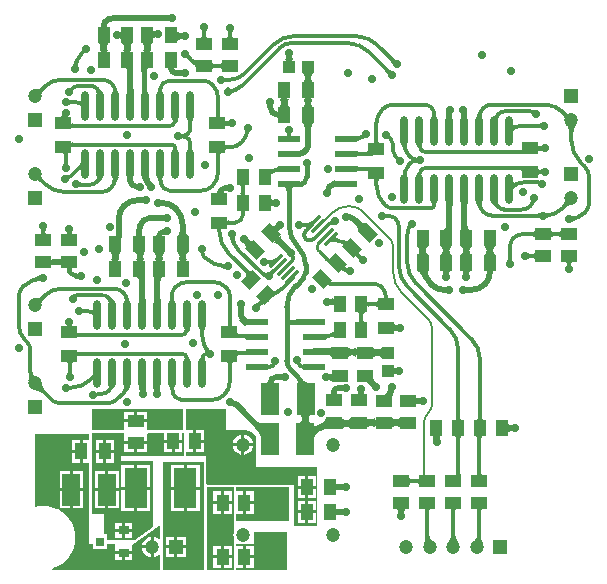
<source format=gbl>
G04*
G04 #@! TF.GenerationSoftware,Altium Limited,Altium Designer,22.7.1 (60)*
G04*
G04 Layer_Physical_Order=4*
G04 Layer_Color=16711680*
%FSLAX43Y43*%
%MOMM*%
G71*
G04*
G04 #@! TF.SameCoordinates,D6A07BB3-E300-4989-B7AD-CA0A744D7D9A*
G04*
G04*
G04 #@! TF.FilePolarity,Positive*
G04*
G01*
G75*
%ADD11C,0.300*%
%ADD12C,0.250*%
%ADD14C,0.200*%
%ADD31C,0.500*%
%ADD32C,0.400*%
%ADD33C,0.300*%
%ADD35C,0.500*%
%ADD36R,1.050X1.400*%
%ADD37R,1.000X1.400*%
%ADD39R,1.400X1.050*%
%ADD40R,1.400X1.000*%
%ADD41R,1.900X0.600*%
G04:AMPARAMS|DCode=43|XSize=1mm|YSize=1.4mm|CornerRadius=0mm|HoleSize=0mm|Usage=FLASHONLY|Rotation=45.000|XOffset=0mm|YOffset=0mm|HoleType=Round|Shape=Rectangle|*
%AMROTATEDRECTD43*
4,1,4,0.141,-0.849,-0.849,0.141,-0.141,0.849,0.849,-0.141,0.141,-0.849,0.0*
%
%ADD43ROTATEDRECTD43*%

%ADD45R,1.100X1.000*%
%ADD46C,1.200*%
%ADD47R,1.200X1.200*%
%ADD48R,1.200X1.200*%
%ADD49C,0.700*%
%ADD50R,0.800X0.800*%
%ADD51R,0.900X0.800*%
%ADD52R,1.950X3.400*%
%ADD53R,1.500X2.700*%
%ADD54R,1.000X1.100*%
G04:AMPARAMS|DCode=55|XSize=1.4mm|YSize=1.05mm|CornerRadius=0mm|HoleSize=0mm|Usage=FLASHONLY|Rotation=135.000|XOffset=0mm|YOffset=0mm|HoleType=Round|Shape=Rectangle|*
%AMROTATEDRECTD55*
4,1,4,0.866,-0.124,0.124,-0.866,-0.866,0.124,-0.124,0.866,0.866,-0.124,0.0*
%
%ADD55ROTATEDRECTD55*%

G04:AMPARAMS|DCode=56|XSize=1.4mm|YSize=1.05mm|CornerRadius=0mm|HoleSize=0mm|Usage=FLASHONLY|Rotation=45.000|XOffset=0mm|YOffset=0mm|HoleType=Round|Shape=Rectangle|*
%AMROTATEDRECTD56*
4,1,4,-0.124,-0.866,-0.866,-0.124,0.124,0.866,0.866,0.124,-0.124,-0.866,0.0*
%
%ADD56ROTATEDRECTD56*%

%ADD57O,0.700X2.500*%
G04:AMPARAMS|DCode=58|XSize=0.3mm|YSize=1.45mm|CornerRadius=0mm|HoleSize=0mm|Usage=FLASHONLY|Rotation=135.000|XOffset=0mm|YOffset=0mm|HoleType=Round|Shape=Rectangle|*
%AMROTATEDRECTD58*
4,1,4,0.619,0.407,-0.407,-0.619,-0.619,-0.407,0.407,0.619,0.619,0.407,0.0*
%
%ADD58ROTATEDRECTD58*%

G36*
X12700Y45450D02*
X12623Y45433D01*
X12310Y45345D01*
X12298Y45337D01*
X12294Y45330D01*
Y45893D01*
X12298Y45888D01*
X12310Y45885D01*
X12330Y45885D01*
X12359Y45887D01*
X12440Y45898D01*
X12700Y45950D01*
Y45450D01*
D02*
G37*
G36*
X16827Y46028D02*
X16811Y45998D01*
X16797Y45961D01*
X16784Y45916D01*
X16774Y45864D01*
X16765Y45805D01*
X16755Y45674D01*
X16764Y45567D01*
X16774Y45509D01*
X16788Y45459D01*
X16804Y45419D01*
X16823Y45387D01*
X16846Y45365D01*
X16872Y45351D01*
X16900Y45347D01*
X16300D01*
X16329Y45351D01*
X16354Y45365D01*
X16376Y45387D01*
X16396Y45419D01*
X16413Y45459D01*
X16426Y45509D01*
X16437Y45567D01*
X16444Y45635D01*
X16445Y45652D01*
X16435Y45805D01*
X16426Y45864D01*
X16416Y45916D01*
X16403Y45961D01*
X16389Y45998D01*
X16373Y46028D01*
X16355Y46050D01*
X16845D01*
X16827Y46028D01*
D02*
G37*
G36*
X19027Y45928D02*
X19011Y45898D01*
X18997Y45861D01*
X18984Y45816D01*
X18974Y45764D01*
X18965Y45705D01*
X18959Y45624D01*
X18963Y45566D01*
X18974Y45507D01*
X18987Y45457D01*
X19004Y45416D01*
X19024Y45385D01*
X19046Y45362D01*
X19072Y45348D01*
X19100Y45344D01*
X18500D01*
X18528Y45348D01*
X18554Y45362D01*
X18576Y45385D01*
X18596Y45416D01*
X18612Y45457D01*
X18626Y45507D01*
X18636Y45566D01*
X18641Y45607D01*
X18635Y45705D01*
X18626Y45764D01*
X18616Y45816D01*
X18603Y45861D01*
X18589Y45898D01*
X18573Y45928D01*
X18555Y45950D01*
X19045D01*
X19027Y45928D01*
D02*
G37*
G36*
X9277Y45837D02*
X9602Y45803D01*
X9606Y45807D01*
Y45254D01*
X9602Y45260D01*
X9590Y45266D01*
X9570Y45274D01*
X9541Y45282D01*
X9407Y45312D01*
X9200Y45350D01*
Y45850D01*
X9277Y45837D01*
D02*
G37*
G36*
X14301Y45927D02*
X14322Y45890D01*
X14357Y45857D01*
X14407Y45829D01*
X14470Y45805D01*
X14548Y45785D01*
X14640Y45770D01*
X14746Y45759D01*
X15000Y45750D01*
Y45250D01*
X14866Y45248D01*
X14640Y45230D01*
X14548Y45215D01*
X14470Y45195D01*
X14407Y45171D01*
X14357Y45143D01*
X14322Y45110D01*
X14301Y45073D01*
X14294Y45031D01*
Y45969D01*
X14301Y45927D01*
D02*
G37*
G36*
X12051Y44903D02*
X12297D01*
X12250Y44896D01*
X12208Y44873D01*
X12171Y44836D01*
X12139Y44783D01*
X12112Y44716D01*
X12090Y44633D01*
X12075Y44550D01*
X12090Y44467D01*
X12112Y44384D01*
X12139Y44317D01*
X12171Y44264D01*
X12208Y44227D01*
X12250Y44204D01*
X12297Y44197D01*
X12052D01*
X12050Y44153D01*
X11550D01*
X11549Y44197D01*
X11303D01*
X11350Y44204D01*
X11392Y44227D01*
X11429Y44264D01*
X11461Y44317D01*
X11488Y44384D01*
X11510Y44467D01*
X11525Y44550D01*
X11510Y44633D01*
X11488Y44716D01*
X11461Y44783D01*
X11429Y44836D01*
X11392Y44873D01*
X11350Y44896D01*
X11303Y44903D01*
X11548D01*
X11550Y44947D01*
X12050D01*
X12051Y44903D01*
D02*
G37*
G36*
X10351D02*
X10597D01*
X10550Y44896D01*
X10508Y44873D01*
X10471Y44836D01*
X10439Y44783D01*
X10412Y44716D01*
X10390Y44633D01*
X10375Y44550D01*
X10390Y44467D01*
X10412Y44384D01*
X10439Y44317D01*
X10471Y44264D01*
X10508Y44227D01*
X10550Y44204D01*
X10597Y44197D01*
X10352D01*
X10350Y44153D01*
X9850D01*
X9849Y44197D01*
X9603D01*
X9650Y44204D01*
X9692Y44227D01*
X9729Y44264D01*
X9761Y44317D01*
X9788Y44384D01*
X9810Y44467D01*
X9825Y44550D01*
X9810Y44633D01*
X9788Y44716D01*
X9761Y44783D01*
X9729Y44836D01*
X9692Y44873D01*
X9650Y44896D01*
X9603Y44903D01*
X9848D01*
X9850Y44947D01*
X10350D01*
X10351Y44903D01*
D02*
G37*
G36*
X8351D02*
X8597D01*
X8550Y44896D01*
X8508Y44873D01*
X8471Y44836D01*
X8439Y44783D01*
X8412Y44716D01*
X8390Y44633D01*
X8375Y44550D01*
X8390Y44467D01*
X8412Y44384D01*
X8439Y44317D01*
X8471Y44264D01*
X8508Y44227D01*
X8550Y44204D01*
X8597Y44197D01*
X8352D01*
X8350Y44153D01*
X7850D01*
X7849Y44197D01*
X7603D01*
X7650Y44204D01*
X7692Y44227D01*
X7729Y44264D01*
X7761Y44317D01*
X7788Y44384D01*
X7810Y44467D01*
X7825Y44550D01*
X7810Y44633D01*
X7788Y44716D01*
X7761Y44783D01*
X7729Y44836D01*
X7692Y44873D01*
X7650Y44896D01*
X7603Y44903D01*
X7848D01*
X7850Y44947D01*
X8350D01*
X8351Y44903D01*
D02*
G37*
G36*
X24052Y43976D02*
X24067Y43767D01*
X24080Y43682D01*
X24096Y43610D01*
X24117Y43551D01*
X24141Y43506D01*
X24169Y43473D01*
X24200Y43453D01*
X24235Y43447D01*
X23365D01*
X23400Y43453D01*
X23431Y43473D01*
X23459Y43506D01*
X23483Y43551D01*
X23504Y43610D01*
X23520Y43682D01*
X23533Y43767D01*
X23543Y43865D01*
X23550Y44100D01*
X24050D01*
X24052Y43976D01*
D02*
G37*
G36*
X15353Y43968D02*
X15363Y43936D01*
X15379Y43899D01*
X15402Y43859D01*
X15431Y43815D01*
X15467Y43767D01*
X15558Y43659D01*
X15676Y43536D01*
X15464Y43324D01*
X15400Y43386D01*
X15233Y43533D01*
X15185Y43569D01*
X15141Y43598D01*
X15101Y43621D01*
X15064Y43637D01*
X15032Y43647D01*
X15003Y43650D01*
X15350Y43996D01*
X15353Y43968D01*
D02*
G37*
G36*
X18106Y42675D02*
X18102Y42703D01*
X18088Y42729D01*
X18065Y42751D01*
X18034Y42771D01*
X17993Y42787D01*
X17943Y42801D01*
X17884Y42812D01*
X17816Y42819D01*
X17683Y42824D01*
X17661Y42824D01*
X17516Y42812D01*
X17457Y42801D01*
X17407Y42787D01*
X17366Y42771D01*
X17335Y42751D01*
X17312Y42729D01*
X17298Y42703D01*
X17294Y42675D01*
Y43275D01*
X17298Y43246D01*
X17312Y43221D01*
X17335Y43199D01*
X17366Y43179D01*
X17407Y43162D01*
X17457Y43149D01*
X17516Y43139D01*
X17584Y43131D01*
X17717Y43126D01*
X17739Y43126D01*
X17884Y43139D01*
X17943Y43149D01*
X17993Y43162D01*
X18034Y43179D01*
X18065Y43199D01*
X18088Y43221D01*
X18102Y43246D01*
X18106Y43275D01*
Y42675D01*
D02*
G37*
G36*
X32500Y43714D02*
X32667Y43567D01*
X32715Y43531D01*
X32759Y43502D01*
X32799Y43479D01*
X32836Y43463D01*
X32868Y43453D01*
X32896Y43450D01*
X32550Y43104D01*
X32547Y43132D01*
X32537Y43164D01*
X32521Y43201D01*
X32498Y43241D01*
X32469Y43285D01*
X32433Y43333D01*
X32342Y43441D01*
X32224Y43564D01*
X32436Y43776D01*
X32500Y43714D01*
D02*
G37*
G36*
X6024Y43468D02*
X5990Y43392D01*
X5941Y43255D01*
X5925Y43194D01*
X5916Y43138D01*
X5914Y43086D01*
X5918Y43039D01*
X5928Y42997D01*
X5944Y42959D01*
X5967Y42927D01*
X5485Y42976D01*
X5489Y42983D01*
X5498Y43000D01*
X5709Y43498D01*
X6024Y43468D01*
D02*
G37*
G36*
X15759Y43462D02*
X15790Y43442D01*
X15817Y43427D01*
X15841Y43417D01*
X15861Y43412D01*
X15877Y43412D01*
X15890Y43418D01*
X15899Y43428D01*
X15904Y43444D01*
X15906Y43465D01*
Y42861D01*
X15902Y42884D01*
X15891Y42910D01*
X15873Y42941D01*
X15847Y42974D01*
X15814Y43012D01*
X15773Y43053D01*
X15670Y43145D01*
X15537Y43251D01*
X15724Y43488D01*
X15759Y43462D01*
D02*
G37*
G36*
X32100Y42814D02*
X32267Y42667D01*
X32315Y42631D01*
X32359Y42602D01*
X32399Y42579D01*
X32436Y42563D01*
X32468Y42553D01*
X32496Y42550D01*
X32150Y42203D01*
X32147Y42232D01*
X32137Y42264D01*
X32121Y42301D01*
X32098Y42341D01*
X32069Y42385D01*
X32033Y42433D01*
X31942Y42541D01*
X31824Y42664D01*
X32036Y42876D01*
X32100Y42814D01*
D02*
G37*
G36*
X11897Y42800D02*
X11863Y42782D01*
X11833Y42751D01*
X11807Y42709D01*
X11785Y42655D01*
X11767Y42589D01*
X11753Y42510D01*
X11743Y42420D01*
X11735Y42203D01*
X11335D01*
X11303Y42803D01*
X11935Y42806D01*
X11897Y42800D01*
D02*
G37*
G36*
X25850Y42346D02*
X25808Y42323D01*
X25771Y42286D01*
X25739Y42233D01*
X25712Y42166D01*
X25690Y42083D01*
X25672Y41986D01*
X25671Y41977D01*
X25672Y41964D01*
X25690Y41867D01*
X25712Y41784D01*
X25739Y41717D01*
X25771Y41664D01*
X25808Y41627D01*
X25850Y41604D01*
X25897Y41597D01*
X24903D01*
X24950Y41604D01*
X24992Y41627D01*
X25029Y41664D01*
X25061Y41717D01*
X25088Y41784D01*
X25110Y41867D01*
X25128Y41964D01*
X25129Y41973D01*
X25128Y41986D01*
X25110Y42083D01*
X25088Y42166D01*
X25061Y42233D01*
X25029Y42286D01*
X24992Y42323D01*
X24950Y42346D01*
X24903Y42353D01*
X25897D01*
X25850Y42346D01*
D02*
G37*
G36*
X18287Y42008D02*
X18311Y41996D01*
X18343Y41985D01*
X18383Y41976D01*
X18431Y41968D01*
X18551Y41956D01*
X18704Y41951D01*
X18793Y41950D01*
Y41650D01*
X18704Y41649D01*
X18431Y41632D01*
X18383Y41624D01*
X18343Y41615D01*
X18311Y41604D01*
X18287Y41592D01*
X18271Y41579D01*
Y42021D01*
X18287Y42008D01*
D02*
G37*
G36*
X19393Y40830D02*
X18883Y40594D01*
X18823Y41069D01*
X18857Y41046D01*
X18896Y41030D01*
X18938Y41021D01*
X18985Y41019D01*
X19037Y41023D01*
X19092Y41035D01*
X19152Y41053D01*
X19216Y41078D01*
X19285Y41110D01*
X19358Y41149D01*
X19393Y40830D01*
D02*
G37*
G36*
X3240Y41128D02*
X3163Y41049D01*
X2986Y40842D01*
X2945Y40784D01*
X2913Y40730D01*
X2891Y40681D01*
X2877Y40638D01*
X2872Y40600D01*
X2876Y40566D01*
X2466Y40976D01*
X2500Y40972D01*
X2538Y40977D01*
X2581Y40991D01*
X2630Y41013D01*
X2684Y41045D01*
X2742Y41086D01*
X2806Y41136D01*
X2949Y41263D01*
X3028Y41340D01*
X3240Y41128D01*
D02*
G37*
G36*
X13057Y40759D02*
X12753D01*
X12754Y40762D01*
X12754Y40770D01*
X12755Y41029D01*
X13055D01*
X13057Y40759D01*
D02*
G37*
G36*
X9166Y41123D02*
X9266Y40858D01*
X9292Y40802D01*
X9344Y40705D01*
X9371Y40663D01*
X9398Y40625D01*
X8823Y40661D01*
X8850Y40664D01*
X8871Y40679D01*
X8885Y40704D01*
X8893Y40741D01*
X8895Y40788D01*
X8891Y40846D01*
X8881Y40916D01*
X8864Y40996D01*
X8812Y41189D01*
X9142Y41200D01*
X9166Y41123D01*
D02*
G37*
G36*
X8000Y40753D02*
X7506Y40579D01*
X7528Y40592D01*
X7540Y40612D01*
X7543Y40640D01*
X7536Y40674D01*
X7519Y40716D01*
X7493Y40766D01*
X7457Y40822D01*
X7411Y40886D01*
X7290Y41034D01*
X7624Y41157D01*
X8000Y40753D01*
D02*
G37*
G36*
X11737Y41235D02*
X11767Y40887D01*
X11784Y40803D01*
X11806Y40735D01*
X11832Y40684D01*
X11861Y40649D01*
X11895Y40630D01*
X11933Y40627D01*
X11297Y40541D01*
X11304Y40564D01*
X11311Y40597D01*
X11316Y40641D01*
X11325Y40759D01*
X11335Y41229D01*
X11735Y41384D01*
X11737Y41235D01*
D02*
G37*
G36*
X10616Y41311D02*
X10658Y40711D01*
X10671Y40645D01*
X10686Y40588D01*
X10703Y40541D01*
X10027D01*
X10044Y40588D01*
X10059Y40645D01*
X10072Y40711D01*
X10093Y40873D01*
X10107Y41073D01*
X10115Y41444D01*
X10615D01*
X10616Y41311D01*
D02*
G37*
G36*
X6208Y39486D02*
X6204Y39517D01*
X6191Y39546D01*
X6169Y39575D01*
X6139Y39603D01*
X6100Y39630D01*
X6052Y39655D01*
X5996Y39680D01*
X5931Y39704D01*
X5776Y39748D01*
X5767Y40049D01*
X5851Y40030D01*
X5992Y40008D01*
X6049Y40005D01*
X6098Y40008D01*
X6138Y40016D01*
X6168Y40029D01*
X6190Y40047D01*
X6204Y40071D01*
X6208Y40100D01*
Y39486D01*
D02*
G37*
G36*
X5182Y40115D02*
X5208Y40101D01*
X5242Y40089D01*
X5284Y40079D01*
X5334Y40070D01*
X5459Y40057D01*
X5616Y40051D01*
X5706Y40050D01*
Y39750D01*
X5616Y39749D01*
X5334Y39730D01*
X5284Y39721D01*
X5242Y39711D01*
X5208Y39699D01*
X5182Y39685D01*
X5164Y39670D01*
Y40130D01*
X5182Y40115D01*
D02*
G37*
G36*
X25651Y40203D02*
X25897D01*
X25850Y40196D01*
X25808Y40173D01*
X25771Y40136D01*
X25739Y40083D01*
X25712Y40016D01*
X25690Y39933D01*
X25675Y39850D01*
X25690Y39767D01*
X25712Y39684D01*
X25739Y39617D01*
X25771Y39564D01*
X25808Y39527D01*
X25850Y39504D01*
X25897Y39497D01*
X25652D01*
X25650Y39453D01*
X25150D01*
X25149Y39497D01*
X24903D01*
X24950Y39504D01*
X24992Y39527D01*
X25029Y39564D01*
X25061Y39617D01*
X25088Y39684D01*
X25110Y39767D01*
X25125Y39850D01*
X25110Y39933D01*
X25088Y40016D01*
X25061Y40083D01*
X25029Y40136D01*
X24992Y40173D01*
X24950Y40196D01*
X24903Y40203D01*
X25148D01*
X25150Y40247D01*
X25650D01*
X25651Y40203D01*
D02*
G37*
G36*
X23651D02*
X23897D01*
X23850Y40196D01*
X23808Y40173D01*
X23771Y40136D01*
X23739Y40083D01*
X23712Y40016D01*
X23690Y39933D01*
X23675Y39850D01*
X23690Y39767D01*
X23712Y39684D01*
X23739Y39617D01*
X23771Y39564D01*
X23808Y39527D01*
X23850Y39504D01*
X23897Y39497D01*
X23652D01*
X23650Y39453D01*
X23150D01*
X23149Y39497D01*
X22903D01*
X22950Y39504D01*
X22992Y39527D01*
X23029Y39564D01*
X23061Y39617D01*
X23088Y39684D01*
X23110Y39767D01*
X23125Y39850D01*
X23110Y39933D01*
X23088Y40016D01*
X23061Y40083D01*
X23029Y40136D01*
X22992Y40173D01*
X22950Y40196D01*
X22903Y40203D01*
X23148D01*
X23150Y40247D01*
X23650D01*
X23651Y40203D01*
D02*
G37*
G36*
X44373Y39262D02*
X44508Y39239D01*
X44536Y39237D01*
X44585Y39237D01*
X44606Y39239D01*
X44625Y39242D01*
X44357Y38832D01*
X44349Y38861D01*
X44339Y38887D01*
X44326Y38910D01*
X44310Y38931D01*
X44292Y38949D01*
X44270Y38964D01*
X44246Y38976D01*
X44219Y38986D01*
X44189Y38993D01*
X44156Y38997D01*
X44334Y39271D01*
X44373Y39262D01*
D02*
G37*
G36*
X17951Y38961D02*
X17963Y38816D01*
X17974Y38757D01*
X17987Y38707D01*
X18004Y38666D01*
X18023Y38635D01*
X18046Y38612D01*
X18071Y38598D01*
X18100Y38594D01*
X17500D01*
X17528Y38598D01*
X17554Y38612D01*
X17576Y38635D01*
X17596Y38666D01*
X17612Y38707D01*
X17626Y38757D01*
X17636Y38816D01*
X17644Y38884D01*
X17650Y39047D01*
X17950D01*
X17951Y38961D01*
D02*
G37*
G36*
X5006Y38894D02*
X4980Y38837D01*
X4961Y38786D01*
X4948Y38741D01*
X4941Y38702D01*
X4940Y38669D01*
X4946Y38642D01*
X4958Y38621D01*
X4976Y38606D01*
X5001Y38597D01*
X5031Y38594D01*
X4378D01*
X4406Y38598D01*
X4435Y38611D01*
X4465Y38632D01*
X4496Y38661D01*
X4529Y38698D01*
X4563Y38744D01*
X4599Y38799D01*
X4674Y38933D01*
X4713Y39012D01*
X5006Y38894D01*
D02*
G37*
G36*
X47040Y39174D02*
X47216Y39021D01*
X47265Y38987D01*
X47308Y38961D01*
X47347Y38943D01*
X47381Y38933D01*
X47409Y38931D01*
X47433Y38937D01*
X47115Y38534D01*
X47116Y38559D01*
X47109Y38590D01*
X47094Y38626D01*
X47071Y38667D01*
X47039Y38714D01*
X46999Y38766D01*
X46896Y38887D01*
X46759Y39028D01*
X46972Y39241D01*
X47040Y39174D01*
D02*
G37*
G36*
X40188Y39089D02*
X40159Y38987D01*
X40109Y38746D01*
X40105Y38688D01*
X40107Y38641D01*
X40115Y38604D01*
X40129Y38579D01*
X40150Y38564D01*
X40177Y38561D01*
X39602Y38525D01*
X39629Y38563D01*
X39656Y38605D01*
X39708Y38702D01*
X39734Y38758D01*
X39809Y38950D01*
X39858Y39100D01*
X40188Y39089D01*
D02*
G37*
G36*
X41755Y38882D02*
X41686Y38803D01*
X41538Y38609D01*
X41508Y38558D01*
X41489Y38514D01*
X41480Y38477D01*
X41482Y38447D01*
X41493Y38424D01*
X41514Y38408D01*
X41000Y38653D01*
X41038Y38671D01*
X41078Y38693D01*
X41120Y38720D01*
X41164Y38753D01*
X41258Y38831D01*
X41361Y38929D01*
X41472Y39047D01*
X41755Y38882D01*
D02*
G37*
G36*
X14411Y38391D02*
X14396Y38372D01*
X14377Y38345D01*
X14298Y38215D01*
X14139Y37930D01*
X13894Y38106D01*
X13922Y38160D01*
X13964Y38251D01*
X13977Y38288D01*
X13985Y38319D01*
X13988Y38345D01*
X13986Y38364D01*
X13979Y38378D01*
X13968Y38386D01*
X13951Y38389D01*
X14422Y38403D01*
X14411Y38391D01*
D02*
G37*
G36*
X15715Y38467D02*
X15689Y38449D01*
X15667Y38420D01*
X15648Y38379D01*
X15632Y38326D01*
X15619Y38262D01*
X15608Y38186D01*
X15596Y37998D01*
X15595Y37887D01*
X15295D01*
X15294Y37998D01*
X15271Y38262D01*
X15258Y38326D01*
X15242Y38379D01*
X15223Y38420D01*
X15201Y38449D01*
X15175Y38467D01*
X15147Y38473D01*
X15743D01*
X15715Y38467D01*
D02*
G37*
G36*
X18401Y38371D02*
X18415Y38346D01*
X18437Y38324D01*
X18469Y38304D01*
X18509Y38287D01*
X18559Y38274D01*
X18562Y38273D01*
X18564Y38274D01*
X18616Y38284D01*
X18661Y38297D01*
X18698Y38311D01*
X18728Y38327D01*
X18750Y38345D01*
Y38254D01*
X18847Y38250D01*
Y37950D01*
X18761Y37949D01*
X18750Y37948D01*
Y37855D01*
X18728Y37873D01*
X18698Y37889D01*
X18661Y37903D01*
X18616Y37916D01*
X18564Y37926D01*
X18562Y37927D01*
X18559Y37926D01*
X18509Y37912D01*
X18469Y37896D01*
X18437Y37876D01*
X18415Y37854D01*
X18401Y37828D01*
X18397Y37800D01*
Y37944D01*
X18364Y37946D01*
X18194Y37950D01*
X18194Y38250D01*
X18283Y38251D01*
X18397Y38258D01*
Y38400D01*
X18401Y38371D01*
D02*
G37*
G36*
X45150Y37655D02*
X45128Y37673D01*
X45098Y37689D01*
X45061Y37703D01*
X45016Y37716D01*
X44964Y37726D01*
X44905Y37735D01*
X44764Y37746D01*
X44594Y37750D01*
Y38050D01*
X44683Y38051D01*
X44905Y38065D01*
X44964Y38074D01*
X45016Y38084D01*
X45061Y38097D01*
X45098Y38111D01*
X45128Y38127D01*
X45150Y38145D01*
Y37655D01*
D02*
G37*
G36*
X5399Y38172D02*
X5412Y38146D01*
X5435Y38124D01*
X5467Y38104D01*
X5508Y38088D01*
X5557Y38074D01*
X5616Y38063D01*
X5684Y38056D01*
X5847Y38050D01*
Y37750D01*
X5761Y37749D01*
X5617Y37737D01*
X5559Y37726D01*
X5509Y37713D01*
X5469Y37697D01*
X5437Y37678D01*
X5415Y37656D01*
X5401Y37631D01*
X5397Y37603D01*
X5394Y38200D01*
X5399Y38172D01*
D02*
G37*
G36*
X42796Y38000D02*
X42809Y37977D01*
X42831Y37959D01*
X42861Y37949D01*
X42899Y37944D01*
X42946Y37947D01*
X43002Y37956D01*
X43067Y37971D01*
X43140Y37993D01*
X43221Y38021D01*
X43208Y37712D01*
X43129Y37681D01*
X42996Y37619D01*
X42942Y37587D01*
X42896Y37555D01*
X42858Y37523D01*
X42829Y37491D01*
X42809Y37459D01*
X42796Y37426D01*
X42792Y37393D01*
Y38031D01*
X42796Y38000D01*
D02*
G37*
G36*
X25850Y38096D02*
X25808Y38073D01*
X25771Y38036D01*
X25739Y37983D01*
X25712Y37916D01*
X25690Y37833D01*
X25672Y37736D01*
X25660Y37623D01*
X25650Y37353D01*
X25150D01*
X25148Y37496D01*
X25128Y37736D01*
X25110Y37833D01*
X25088Y37916D01*
X25061Y37983D01*
X25029Y38036D01*
X24992Y38073D01*
X24950Y38096D01*
X24903Y38103D01*
X25897D01*
X25850Y38096D01*
D02*
G37*
G36*
X30225Y36858D02*
X29814Y36732D01*
X29758Y36709D01*
X29702Y36681D01*
X29655Y36652D01*
X29616Y36624D01*
X29586Y36595D01*
X29564Y36566D01*
X29551Y36537D01*
X29547Y36508D01*
Y36899D01*
X29498Y36965D01*
X29547Y36972D01*
Y37102D01*
X29551Y37082D01*
X29564Y37067D01*
X29585Y37057D01*
X29614Y37053D01*
X29652Y37053D01*
X29698Y37058D01*
X29752Y37068D01*
X29877Y37100D01*
X29900Y37123D01*
X29926Y37160D01*
X29943Y37199D01*
X29953Y37242D01*
X30225Y36858D01*
D02*
G37*
G36*
X48069Y37914D02*
X48023Y37847D01*
X47982Y37771D01*
X47947Y37686D01*
X47917Y37591D01*
X47893Y37487D01*
X47874Y37374D01*
X47861Y37252D01*
X47850Y36979D01*
X47550D01*
X47547Y37120D01*
X47526Y37374D01*
X47507Y37487D01*
X47482Y37591D01*
X47453Y37686D01*
X47418Y37771D01*
X47377Y37847D01*
X47331Y37914D01*
X47280Y37972D01*
X48120D01*
X48069Y37914D01*
D02*
G37*
G36*
X20506Y37417D02*
X20270Y36907D01*
X19951Y36942D01*
X19990Y37015D01*
X20022Y37084D01*
X20047Y37148D01*
X20065Y37208D01*
X20077Y37263D01*
X20081Y37315D01*
X20079Y37362D01*
X20070Y37404D01*
X20053Y37443D01*
X20030Y37477D01*
X20506Y37417D01*
D02*
G37*
G36*
X23951Y37424D02*
X23960Y37295D01*
X23968Y37243D01*
X23979Y37199D01*
X23992Y37163D01*
X24007Y37135D01*
X24024Y37115D01*
X24043Y37103D01*
X24065Y37099D01*
X23957D01*
X23952Y36999D01*
X23950Y36805D01*
X23650D01*
X23650Y36877D01*
X23637Y37099D01*
X23535D01*
X23557Y37103D01*
X23576Y37115D01*
X23593Y37135D01*
X23608Y37163D01*
X23621Y37199D01*
X23632Y37243D01*
X23640Y37295D01*
X23645Y37356D01*
X23650Y37500D01*
X23950D01*
X23951Y37424D01*
D02*
G37*
G36*
X14669Y37227D02*
X14706Y37196D01*
X14724Y37184D01*
X14742Y37174D01*
X14759Y37167D01*
X14776Y37162D01*
X14792Y37159D01*
X14807Y37159D01*
X14822Y37160D01*
X14882Y36866D01*
X14852Y36860D01*
X14797Y36843D01*
X14771Y36834D01*
X14747Y36823D01*
X14725Y36812D01*
X14704Y36799D01*
X14685Y36786D01*
X14667Y36771D01*
X14651Y36756D01*
X14649Y37246D01*
X14669Y37227D01*
D02*
G37*
G36*
X31352Y36761D02*
X31364Y36616D01*
X31374Y36557D01*
X31388Y36507D01*
X31404Y36466D01*
X31424Y36435D01*
X31446Y36412D01*
X31472Y36398D01*
X31500Y36394D01*
X30900D01*
X30929Y36398D01*
X30954Y36412D01*
X30977Y36435D01*
X30996Y36466D01*
X31013Y36507D01*
X31026Y36557D01*
X31037Y36616D01*
X31044Y36684D01*
X31050Y36847D01*
X31350D01*
X31352Y36761D01*
D02*
G37*
G36*
X5401Y36569D02*
X5415Y36544D01*
X5437Y36522D01*
X5469Y36503D01*
X5509Y36487D01*
X5559Y36474D01*
X5617Y36463D01*
X5685Y36456D01*
X5847Y36450D01*
Y36150D01*
X5761Y36148D01*
X5616Y36137D01*
X5557Y36126D01*
X5508Y36112D01*
X5467Y36096D01*
X5435Y36076D01*
X5412Y36054D01*
X5399Y36028D01*
X5394Y36000D01*
X5397Y36597D01*
X5401Y36569D01*
D02*
G37*
G36*
X18400Y36280D02*
X18411Y36267D01*
X18428Y36254D01*
X18452Y36244D01*
X18483Y36235D01*
X18521Y36228D01*
X18566Y36222D01*
X18677Y36216D01*
X18743Y36215D01*
Y35915D01*
X18677Y35914D01*
X18521Y35902D01*
X18483Y35895D01*
X18452Y35886D01*
X18428Y35876D01*
X18411Y35863D01*
X18400Y35850D01*
X18397Y35834D01*
Y36296D01*
X18400Y36280D01*
D02*
G37*
G36*
X25277Y35523D02*
X24747Y35251D01*
Y35822D01*
X24749Y35818D01*
X24754Y35816D01*
X24763D01*
X24775Y35818D01*
X24791Y35822D01*
X24810Y35829D01*
X24860Y35849D01*
X24923Y35877D01*
X25277Y35523D01*
D02*
G37*
G36*
X33833Y36348D02*
X33806Y36343D01*
X33784Y36328D01*
X33769Y36302D01*
X33759Y36265D01*
X33756Y36216D01*
X33758Y36156D01*
X33767Y36086D01*
X33781Y36004D01*
X33828Y35807D01*
X33508Y35796D01*
X33488Y35870D01*
X33419Y36069D01*
X33394Y36129D01*
X33340Y36238D01*
X33312Y36287D01*
X33252Y36375D01*
X33833Y36348D01*
D02*
G37*
G36*
X44901Y36271D02*
X44915Y36246D01*
X44937Y36223D01*
X44969Y36204D01*
X45009Y36188D01*
X45059Y36174D01*
X45062Y36173D01*
X45064Y36174D01*
X45116Y36184D01*
X45161Y36197D01*
X45198Y36211D01*
X45228Y36227D01*
X45250Y36245D01*
Y36154D01*
X45347Y36150D01*
Y35850D01*
X45261Y35848D01*
X45250Y35848D01*
Y35755D01*
X45228Y35773D01*
X45198Y35789D01*
X45161Y35803D01*
X45116Y35816D01*
X45064Y35826D01*
X45062Y35827D01*
X45059Y35826D01*
X45009Y35812D01*
X44969Y35796D01*
X44937Y35777D01*
X44915Y35754D01*
X44901Y35729D01*
X44897Y35700D01*
Y35844D01*
X44864Y35846D01*
X44694Y35850D01*
Y36150D01*
X44783Y36151D01*
X44897Y36158D01*
Y36300D01*
X44901Y36271D01*
D02*
G37*
G36*
X15596Y36202D02*
X15619Y35938D01*
X15632Y35874D01*
X15648Y35821D01*
X15667Y35780D01*
X15689Y35751D01*
X15715Y35733D01*
X15743Y35727D01*
X15147D01*
X15175Y35733D01*
X15201Y35751D01*
X15223Y35780D01*
X15242Y35821D01*
X15258Y35874D01*
X15271Y35938D01*
X15282Y36014D01*
X15294Y36202D01*
X15295Y36313D01*
X15595D01*
X15596Y36202D01*
D02*
G37*
G36*
X35058Y36320D02*
X35036Y36307D01*
X35021Y36285D01*
X35013Y36255D01*
X35011Y36217D01*
X35017Y36171D01*
X35029Y36117D01*
X35048Y36055D01*
X35073Y35984D01*
X35106Y35906D01*
X34894Y35694D01*
X34848Y35799D01*
X34615Y36259D01*
X34594Y36286D01*
X34578Y36303D01*
X35086Y36326D01*
X35058Y36320D01*
D02*
G37*
G36*
X43503Y35503D02*
X43499Y35502D01*
X43485Y35501D01*
X43391Y35498D01*
X43053Y35496D01*
Y35796D01*
X43139Y35798D01*
X43284Y35810D01*
X43343Y35820D01*
X43392Y35834D01*
X43433Y35850D01*
X43465Y35870D01*
X43488Y35892D01*
X43501Y35918D01*
X43506Y35946D01*
X43503Y35503D01*
D02*
G37*
G36*
X30503Y35403D02*
X30499Y35400D01*
X30485Y35397D01*
X30463Y35394D01*
X30391Y35390D01*
X30053Y35385D01*
Y35685D01*
X30139Y35687D01*
X30283Y35699D01*
X30341Y35709D01*
X30391Y35722D01*
X30431Y35739D01*
X30463Y35758D01*
X30485Y35781D01*
X30499Y35806D01*
X30503Y35835D01*
Y35403D01*
D02*
G37*
G36*
X29551Y35804D02*
X29565Y35779D01*
X29587Y35757D01*
X29619Y35738D01*
X29659Y35722D01*
X29709Y35709D01*
X29767Y35698D01*
X29835Y35691D01*
X29997Y35685D01*
Y35385D01*
X29911Y35384D01*
X29767Y35372D01*
X29709Y35361D01*
X29659Y35348D01*
X29619Y35332D01*
X29587Y35313D01*
X29565Y35291D01*
X29551Y35266D01*
X29547Y35238D01*
Y35832D01*
X29551Y35804D01*
D02*
G37*
G36*
X18071Y35602D02*
X18046Y35588D01*
X18023Y35565D01*
X18004Y35534D01*
X17987Y35493D01*
X17974Y35443D01*
X17963Y35384D01*
X17956Y35316D01*
X17950Y35153D01*
X17650D01*
X17648Y35239D01*
X17636Y35384D01*
X17626Y35443D01*
X17612Y35493D01*
X17596Y35534D01*
X17576Y35565D01*
X17554Y35588D01*
X17528Y35602D01*
X17500Y35606D01*
X18100D01*
X18071Y35602D01*
D02*
G37*
G36*
X5172Y35602D02*
X5146Y35588D01*
X5123Y35565D01*
X5104Y35534D01*
X5088Y35493D01*
X5074Y35443D01*
X5063Y35384D01*
X5056Y35316D01*
X5050Y35153D01*
X4750D01*
X4748Y35239D01*
X4736Y35384D01*
X4726Y35443D01*
X4713Y35493D01*
X4696Y35534D01*
X4676Y35565D01*
X4654Y35588D01*
X4628Y35602D01*
X4600Y35606D01*
X5200D01*
X5172Y35602D01*
D02*
G37*
G36*
X34285Y35268D02*
X34336Y35240D01*
X34386Y35219D01*
X34433Y35204D01*
X34477Y35196D01*
X34519Y35194D01*
X34558Y35200D01*
X34595Y35212D01*
X34629Y35230D01*
X34661Y35255D01*
X34632Y34775D01*
X34510Y34831D01*
X34480Y34825D01*
X34439Y34813D01*
X34393Y34793D01*
X34343Y34768D01*
X34289Y34736D01*
X34230Y34697D01*
X34212Y34968D01*
X34208Y34969D01*
X34210Y35000D01*
X34208Y35031D01*
X34212Y35032D01*
X34230Y35303D01*
X34285Y35268D01*
D02*
G37*
G36*
X5051Y35043D02*
X5065Y34821D01*
X5074Y34761D01*
X5084Y34709D01*
X5097Y34665D01*
X5111Y34628D01*
X5127Y34598D01*
X5145Y34576D01*
X4655Y34576D01*
X4673Y34598D01*
X4689Y34628D01*
X4703Y34665D01*
X4716Y34709D01*
X4726Y34761D01*
X4735Y34821D01*
X4746Y34961D01*
X4750Y35132D01*
X5050Y35132D01*
X5051Y35043D01*
D02*
G37*
G36*
X22853Y33968D02*
X22849Y33982D01*
X22836Y33992D01*
X22815Y33998D01*
X22785Y33999D01*
X22747Y33995D01*
X22700Y33988D01*
X22581Y33959D01*
X22524Y33942D01*
X22446Y33901D01*
X22392Y33867D01*
X22347Y33833D01*
X22310Y33799D01*
X22281Y33766D01*
X22261Y33732D01*
X22248Y33698D01*
X22244Y33665D01*
X22247Y34297D01*
X22251Y34270D01*
X22264Y34250D01*
X22285Y34236D01*
X22314Y34228D01*
X22352Y34228D01*
X22398Y34233D01*
X22429Y34240D01*
X22505Y34266D01*
X22643Y34323D01*
X22700Y34352D01*
X22747Y34380D01*
X22786Y34410D01*
X22817Y34439D01*
X22838Y34469D01*
X22852Y34499D01*
X22856Y34529D01*
X22853Y33968D01*
D02*
G37*
G36*
X6208Y34081D02*
X6205Y34118D01*
X6195Y34145D01*
X6179Y34162D01*
X6157Y34167D01*
X6128Y34162D01*
X6092Y34146D01*
X6051Y34119D01*
X6003Y34082D01*
X5948Y34034D01*
X5887Y33975D01*
X5781Y34293D01*
X5862Y34376D01*
X6054Y34600D01*
X6101Y34666D01*
X6140Y34727D01*
X6170Y34784D01*
X6191Y34837D01*
X6204Y34885D01*
X6208Y34929D01*
Y34081D01*
D02*
G37*
G36*
X43503Y34497D02*
X43506Y34054D01*
X43501Y34082D01*
X43488Y34108D01*
X43465Y34130D01*
X43433Y34150D01*
X43392Y34166D01*
X43343Y34180D01*
X43284Y34190D01*
X43216Y34198D01*
X43053Y34204D01*
Y34504D01*
X43503Y34497D01*
D02*
G37*
G36*
X25572Y34522D02*
X25564Y34500D01*
X25557Y34469D01*
X25552Y34430D01*
X25543Y34324D01*
X25536Y34100D01*
X25535Y34008D01*
X25135D01*
X25135Y34100D01*
X25113Y34469D01*
X25107Y34500D01*
X25099Y34522D01*
X25090Y34535D01*
X25580D01*
X25572Y34522D01*
D02*
G37*
G36*
X29551Y34534D02*
X29565Y34509D01*
X29587Y34487D01*
X29619Y34468D01*
X29659Y34452D01*
X29709Y34439D01*
X29767Y34428D01*
X29835Y34421D01*
X29997Y34415D01*
Y34115D01*
X29911Y34114D01*
X29767Y34102D01*
X29709Y34091D01*
X29659Y34078D01*
X29619Y34062D01*
X29587Y34043D01*
X29565Y34021D01*
X29551Y33996D01*
X29547Y33968D01*
Y34562D01*
X29551Y34534D01*
D02*
G37*
G36*
X30503Y34397D02*
Y33965D01*
X30499Y33993D01*
X30485Y34019D01*
X30463Y34042D01*
X30431Y34061D01*
X30391Y34077D01*
X30341Y34091D01*
X30283Y34102D01*
X30215Y34109D01*
X30053Y34115D01*
Y34415D01*
X30503Y34397D01*
D02*
G37*
G36*
X44901Y34271D02*
X44915Y34246D01*
X44937Y34223D01*
X44969Y34204D01*
X45009Y34188D01*
X45059Y34174D01*
X45062Y34173D01*
X45064Y34174D01*
X45116Y34184D01*
X45161Y34197D01*
X45198Y34211D01*
X45228Y34227D01*
X45250Y34245D01*
Y34154D01*
X45347Y34150D01*
Y33850D01*
X45261Y33848D01*
X45250Y33848D01*
Y33755D01*
X45228Y33773D01*
X45198Y33789D01*
X45161Y33803D01*
X45116Y33816D01*
X45064Y33826D01*
X45062Y33827D01*
X45059Y33826D01*
X45009Y33812D01*
X44969Y33796D01*
X44937Y33777D01*
X44915Y33754D01*
X44901Y33729D01*
X44897Y33700D01*
Y33844D01*
X44864Y33846D01*
X44694Y33850D01*
Y34150D01*
X44783Y34151D01*
X44897Y34158D01*
Y34300D01*
X44901Y34271D01*
D02*
G37*
G36*
X35106Y34094D02*
X35073Y34016D01*
X35029Y33883D01*
X35017Y33829D01*
X35011Y33783D01*
X35013Y33745D01*
X35021Y33715D01*
X35036Y33693D01*
X35058Y33680D01*
X35086Y33674D01*
X34578Y33697D01*
X34594Y33714D01*
X34615Y33741D01*
X34638Y33777D01*
X34695Y33879D01*
X34805Y34106D01*
X34894Y34306D01*
X35106Y34094D01*
D02*
G37*
G36*
X11949Y33867D02*
X11929Y33818D01*
X11924Y33754D01*
X11931Y33675D01*
X11953Y33582D01*
X11988Y33473D01*
X12036Y33350D01*
X12174Y33059D01*
X12263Y32891D01*
X11702Y32791D01*
X11619Y32944D01*
X11359Y33506D01*
X11367Y33513D01*
X11388Y33503D01*
X11982Y33901D01*
X11949Y33867D01*
D02*
G37*
G36*
X5029Y33711D02*
X5069Y33691D01*
X5087Y33684D01*
X5103Y33680D01*
X5118Y33677D01*
X5131Y33676D01*
X5144Y33678D01*
X5155Y33681D01*
X5164Y33686D01*
X5236Y33378D01*
X5226Y33372D01*
X5216Y33365D01*
X5205Y33356D01*
X5194Y33345D01*
X5184Y33333D01*
X5161Y33303D01*
X5149Y33287D01*
X5125Y33248D01*
X5008Y33724D01*
X5029Y33711D01*
D02*
G37*
G36*
X43189Y32865D02*
X43114Y32826D01*
X42987Y32750D01*
X42935Y32712D01*
X42891Y32675D01*
X42855Y32639D01*
X42828Y32603D01*
X42808Y32567D01*
X42796Y32532D01*
X42792Y32497D01*
Y33164D01*
X42796Y33132D01*
X42808Y33108D01*
X42829Y33092D01*
X42858Y33083D01*
X42895Y33082D01*
X42941Y33088D01*
X42994Y33102D01*
X43056Y33124D01*
X43126Y33153D01*
X43205Y33189D01*
X43189Y32865D01*
D02*
G37*
G36*
X8000Y33447D02*
X7988Y33439D01*
X7970Y33425D01*
X7946Y33402D01*
X7842Y33292D01*
X7624Y33043D01*
X7290Y33166D01*
X7355Y33244D01*
X7493Y33434D01*
X7519Y33484D01*
X7536Y33526D01*
X7543Y33560D01*
X7540Y33588D01*
X7528Y33608D01*
X7506Y33621D01*
X8000Y33447D01*
D02*
G37*
G36*
X9368Y33534D02*
X9340Y33489D01*
X9284Y33389D01*
X9258Y33333D01*
X9208Y33210D01*
X9161Y33072D01*
X9138Y32998D01*
X8814Y33009D01*
X8843Y33113D01*
X8890Y33356D01*
X8894Y33415D01*
X8891Y33463D01*
X8882Y33500D01*
X8867Y33526D01*
X8846Y33541D01*
X8819Y33545D01*
X9398Y33575D01*
X9368Y33534D01*
D02*
G37*
G36*
X31472Y33402D02*
X31446Y33388D01*
X31424Y33365D01*
X31404Y33334D01*
X31388Y33293D01*
X31374Y33243D01*
X31364Y33184D01*
X31356Y33116D01*
X31350Y32953D01*
X31050D01*
X31049Y33039D01*
X31037Y33184D01*
X31026Y33243D01*
X31013Y33293D01*
X30996Y33334D01*
X30976Y33365D01*
X30954Y33388D01*
X30928Y33402D01*
X30900Y33406D01*
X31500D01*
X31472Y33402D01*
D02*
G37*
G36*
X2872Y33600D02*
X2877Y33562D01*
X2891Y33519D01*
X2913Y33470D01*
X2945Y33416D01*
X2986Y33358D01*
X3036Y33294D01*
X3163Y33151D01*
X3240Y33072D01*
X3028Y32860D01*
X2949Y32937D01*
X2742Y33114D01*
X2684Y33155D01*
X2630Y33187D01*
X2581Y33209D01*
X2538Y33223D01*
X2500Y33228D01*
X2466Y33224D01*
X2876Y33634D01*
X2872Y33600D01*
D02*
G37*
G36*
X6125Y33142D02*
X6150Y33123D01*
X6182Y33106D01*
X6222Y33091D01*
X6271Y33078D01*
X6328Y33068D01*
X6393Y33060D01*
X6547Y33051D01*
X6636Y33050D01*
X6625Y32750D01*
X6517Y32750D01*
X6037Y32722D01*
X6008Y32714D01*
X5989Y32705D01*
X6109Y33163D01*
X6125Y33142D01*
D02*
G37*
G36*
X27653Y32698D02*
X27651Y32700D01*
X27646Y32701D01*
X27637Y32699D01*
X27625Y32694D01*
X27609Y32688D01*
X27540Y32656D01*
X27477Y32623D01*
X27123Y32977D01*
X27656Y33284D01*
X27653Y32698D01*
D02*
G37*
G36*
X27307Y32369D02*
X27256Y32274D01*
X26763Y32359D01*
X26771Y32402D01*
X26780Y32436D01*
X26784Y32451D01*
X26789Y32463D01*
X26793Y32474D01*
X26798Y32482D01*
X26803Y32489D01*
X26808Y32493D01*
X27307Y32369D01*
D02*
G37*
G36*
X18277Y32323D02*
X18194Y32194D01*
X17654D01*
X17655Y32199D01*
X17661Y32213D01*
X17692Y32271D01*
X17923Y32677D01*
X18277Y32323D01*
D02*
G37*
G36*
X24162Y32695D02*
X24128Y32677D01*
X24098Y32647D01*
X24072Y32605D01*
X24050Y32550D01*
X24032Y32484D01*
X24018Y32406D01*
X24008Y32315D01*
X24000Y32098D01*
X23600D01*
X23598Y32213D01*
X23582Y32406D01*
X23568Y32484D01*
X23550Y32550D01*
X23528Y32605D01*
X23502Y32647D01*
X23472Y32677D01*
X23438Y32695D01*
X23400Y32701D01*
X24200D01*
X24162Y32695D01*
D02*
G37*
G36*
X20146Y32902D02*
X20121Y32888D01*
X20098Y32865D01*
X20079Y32834D01*
X20062Y32793D01*
X20049Y32743D01*
X20038Y32684D01*
X20031Y32616D01*
X20026Y32483D01*
X20027Y32461D01*
X20038Y32316D01*
X20049Y32257D01*
X20062Y32207D01*
X20079Y32166D01*
X20098Y32135D01*
X20121Y32112D01*
X20146Y32098D01*
X20175Y32094D01*
X19575D01*
X19604Y32098D01*
X19629Y32112D01*
X19652Y32135D01*
X19671Y32166D01*
X19688Y32207D01*
X19701Y32257D01*
X19712Y32316D01*
X19719Y32384D01*
X19724Y32517D01*
X19723Y32539D01*
X19712Y32684D01*
X19701Y32743D01*
X19688Y32793D01*
X19671Y32834D01*
X19652Y32865D01*
X19629Y32888D01*
X19604Y32902D01*
X19575Y32906D01*
X20175D01*
X20146Y32902D01*
D02*
G37*
G36*
X44619Y31471D02*
X44449Y31150D01*
X44118Y31217D01*
X44162Y31265D01*
X44231Y31350D01*
X44256Y31387D01*
X44275Y31420D01*
X44287Y31450D01*
X44294Y31476D01*
X44294Y31498D01*
X44287Y31517D01*
X44275Y31532D01*
X44619Y31471D01*
D02*
G37*
G36*
X22251Y31692D02*
X22265Y31683D01*
X22288Y31676D01*
X22319Y31669D01*
X22360Y31663D01*
X22469Y31655D01*
X22700Y31650D01*
Y31150D01*
X22614Y31149D01*
X22319Y31131D01*
X22288Y31125D01*
X22265Y31117D01*
X22251Y31108D01*
X22247Y31098D01*
Y31702D01*
X22251Y31692D01*
D02*
G37*
G36*
X41472Y31508D02*
X41460Y31488D01*
X41457Y31460D01*
X41464Y31426D01*
X41481Y31384D01*
X41507Y31334D01*
X41543Y31278D01*
X41589Y31214D01*
X41710Y31066D01*
X41376Y30943D01*
X41000Y31347D01*
X41494Y31521D01*
X41472Y31508D01*
D02*
G37*
G36*
X40177Y31439D02*
X40150Y31436D01*
X40129Y31421D01*
X40115Y31396D01*
X40107Y31359D01*
X40105Y31312D01*
X40109Y31254D01*
X40119Y31184D01*
X40136Y31104D01*
X40188Y30911D01*
X39858Y30900D01*
X39834Y30977D01*
X39734Y31242D01*
X39708Y31298D01*
X39656Y31395D01*
X39629Y31437D01*
X39602Y31475D01*
X40177Y31439D01*
D02*
G37*
G36*
X47646Y31202D02*
X47601Y31201D01*
X47551Y31191D01*
X47496Y31171D01*
X47436Y31141D01*
X47371Y31101D01*
X47301Y31052D01*
X47226Y30993D01*
X47061Y30847D01*
X46972Y30759D01*
X46759Y30972D01*
X46842Y31057D01*
X46977Y31213D01*
X47030Y31284D01*
X47072Y31350D01*
X47104Y31411D01*
X47126Y31468D01*
X47138Y31519D01*
X47140Y31566D01*
X47132Y31608D01*
X47646Y31202D01*
D02*
G37*
G36*
X37686Y31512D02*
X37671Y31455D01*
X37658Y31389D01*
X37637Y31227D01*
X37623Y31027D01*
X37615Y30656D01*
X37115D01*
X37114Y30789D01*
X37072Y31389D01*
X37059Y31455D01*
X37044Y31512D01*
X37027Y31559D01*
X37703D01*
X37686Y31512D01*
D02*
G37*
G36*
X38955Y31510D02*
X38940Y31451D01*
X38926Y31383D01*
X38903Y31220D01*
X38888Y31020D01*
X38880Y30651D01*
X38380Y30662D01*
X38379Y30797D01*
X38339Y31394D01*
X38327Y31459D01*
X38313Y31514D01*
X38297Y31559D01*
X38973D01*
X38955Y31510D01*
D02*
G37*
G36*
X46099Y30238D02*
X45556Y30061D01*
X45546Y30549D01*
X45577Y30524D01*
X45613Y30504D01*
X45655Y30490D01*
X45702Y30482D01*
X45754Y30479D01*
X45811Y30483D01*
X45874Y30491D01*
X45942Y30506D01*
X46015Y30526D01*
X46093Y30552D01*
X46099Y30238D01*
D02*
G37*
G36*
X20109Y30702D02*
X20091Y30691D01*
X20076Y30672D01*
X20062Y30645D01*
X20051Y30610D01*
X20042Y30568D01*
X20034Y30518D01*
X20029Y30461D01*
X20025Y30322D01*
X19725D01*
X19724Y30395D01*
X19716Y30518D01*
X19708Y30568D01*
X19699Y30610D01*
X19688Y30645D01*
X19674Y30672D01*
X19659Y30691D01*
X19641Y30702D01*
X19621Y30706D01*
X20129D01*
X20109Y30702D01*
D02*
G37*
G36*
X48298Y30009D02*
X47776Y29785D01*
X47727Y30267D01*
X47759Y30244D01*
X47797Y30228D01*
X47839Y30218D01*
X47886Y30214D01*
X47938Y30217D01*
X47994Y30225D01*
X48056Y30241D01*
X48122Y30262D01*
X48192Y30290D01*
X48268Y30324D01*
X48298Y30009D01*
D02*
G37*
G36*
X45050Y30055D02*
X45028Y30073D01*
X44998Y30089D01*
X44961Y30103D01*
X44916Y30116D01*
X44864Y30126D01*
X44805Y30135D01*
X44664Y30146D01*
X44494Y30150D01*
X44494Y30450D01*
X44583Y30451D01*
X44805Y30465D01*
X44864Y30474D01*
X44916Y30484D01*
X44961Y30497D01*
X44998Y30511D01*
X45028Y30527D01*
X45050Y30545D01*
X45050Y30055D01*
D02*
G37*
G36*
X27066Y30032D02*
X27026Y29991D01*
X26915Y29864D01*
X26900Y29842D01*
X26889Y29823D01*
X26884Y29807D01*
X26883Y29795D01*
X26887Y29786D01*
X26679Y29994D01*
X26688Y29990D01*
X26700Y29991D01*
X26715Y29996D01*
X26735Y30007D01*
X26757Y30022D01*
X26784Y30043D01*
X26847Y30098D01*
X26925Y30173D01*
X27066Y30032D01*
D02*
G37*
G36*
X18598Y29972D02*
X18612Y29946D01*
X18635Y29924D01*
X18666Y29904D01*
X18707Y29888D01*
X18757Y29874D01*
X18816Y29864D01*
X18884Y29856D01*
X19047Y29850D01*
Y29550D01*
X18961Y29549D01*
X18816Y29537D01*
X18757Y29526D01*
X18707Y29513D01*
X18666Y29496D01*
X18635Y29476D01*
X18612Y29454D01*
X18598Y29428D01*
X18594Y29400D01*
Y30000D01*
X18598Y29972D01*
D02*
G37*
G36*
X23177Y29323D02*
X23112Y29257D01*
X22932Y29053D01*
X22906Y29016D01*
X22889Y28986D01*
X22879Y28961D01*
X22878Y28942D01*
X22884Y28929D01*
X22429Y29384D01*
X22442Y29378D01*
X22461Y29379D01*
X22486Y29389D01*
X22516Y29406D01*
X22553Y29432D01*
X22595Y29465D01*
X22697Y29555D01*
X22823Y29677D01*
X23177Y29323D01*
D02*
G37*
G36*
X24897Y29693D02*
X24916Y29684D01*
X24943Y29676D01*
X24979Y29669D01*
X25022Y29663D01*
X25132Y29655D01*
X25356Y29650D01*
Y29350D01*
X25273Y29349D01*
X24979Y29331D01*
X24943Y29324D01*
X24916Y29316D01*
X24897Y29307D01*
X24885Y29297D01*
Y29703D01*
X24897Y29693D01*
D02*
G37*
G36*
X38883Y29704D02*
X38903Y29464D01*
X38920Y29367D01*
X38943Y29284D01*
X38970Y29217D01*
X39003Y29164D01*
X39040Y29127D01*
X39083Y29104D01*
X39130Y29097D01*
X38303D01*
X38318Y29104D01*
X38331Y29127D01*
X38342Y29164D01*
X38352Y29217D01*
X38361Y29284D01*
X38373Y29464D01*
X38380Y29847D01*
X38880D01*
X38883Y29704D01*
D02*
G37*
G36*
X37597Y29097D02*
X36865Y29094D01*
X36913Y29102D01*
X36955Y29124D01*
X36993Y29162D01*
X37025Y29215D01*
X37053Y29283D01*
X37075Y29365D01*
X37093Y29463D01*
X37105Y29576D01*
X37115Y29847D01*
X37615D01*
X37597Y29097D01*
D02*
G37*
G36*
X29711Y29955D02*
X29895Y29798D01*
X29977Y29741D01*
X30051Y29699D01*
X30119Y29670D01*
X30179Y29656D01*
X30232Y29656D01*
X30278Y29670D01*
X30317Y29698D01*
X29610Y28991D01*
X29638Y29030D01*
X29652Y29076D01*
X29652Y29129D01*
X29638Y29190D01*
X29609Y29257D01*
X29567Y29331D01*
X29510Y29413D01*
X29439Y29502D01*
X29254Y29700D01*
X29608Y30054D01*
X29711Y29955D01*
D02*
G37*
G36*
X18064Y29204D02*
X18061Y29196D01*
X18058Y29183D01*
X18056Y29165D01*
X18053Y29115D01*
X18050Y28952D01*
X17750D01*
X17750Y29000D01*
X17736Y29204D01*
X17733Y29206D01*
X18067D01*
X18064Y29204D01*
D02*
G37*
G36*
X46806Y28425D02*
X46802Y28453D01*
X46788Y28479D01*
X46765Y28501D01*
X46734Y28521D01*
X46693Y28537D01*
X46643Y28551D01*
X46584Y28561D01*
X46516Y28569D01*
X46383Y28574D01*
X46361Y28573D01*
X46216Y28561D01*
X46157Y28551D01*
X46107Y28537D01*
X46066Y28521D01*
X46035Y28501D01*
X46012Y28479D01*
X45998Y28453D01*
X45994Y28425D01*
Y29025D01*
X45998Y28996D01*
X46012Y28971D01*
X46035Y28948D01*
X46066Y28929D01*
X46107Y28912D01*
X46157Y28899D01*
X46216Y28888D01*
X46284Y28881D01*
X46417Y28876D01*
X46439Y28876D01*
X46584Y28888D01*
X46643Y28899D01*
X46693Y28912D01*
X46734Y28929D01*
X46765Y28948D01*
X46788Y28971D01*
X46802Y28996D01*
X46806Y29025D01*
Y28425D01*
D02*
G37*
G36*
X34241Y29252D02*
X34199Y29243D01*
X34159Y29226D01*
X34123Y29201D01*
X34090Y29167D01*
X34061Y29126D01*
X34034Y29077D01*
X34011Y29019D01*
X33991Y28954D01*
X33975Y28881D01*
X33961Y28799D01*
X33694Y28997D01*
X33858Y29526D01*
X34241Y29252D01*
D02*
G37*
G36*
X15052Y29204D02*
X15072Y28964D01*
X15090Y28867D01*
X15112Y28784D01*
X15139Y28717D01*
X15171Y28664D01*
X15208Y28627D01*
X15250Y28604D01*
X15297Y28597D01*
X14303D01*
X14350Y28604D01*
X14392Y28627D01*
X14429Y28664D01*
X14461Y28717D01*
X14488Y28784D01*
X14510Y28867D01*
X14528Y28964D01*
X14540Y29077D01*
X14550Y29347D01*
X15050D01*
X15052Y29204D01*
D02*
G37*
G36*
X11369Y28594D02*
X10831D01*
X10835Y28598D01*
X10838Y28610D01*
X10841Y28630D01*
X10845Y28695D01*
X10850Y29000D01*
X11350D01*
X11369Y28594D01*
D02*
G37*
G36*
X3151Y29150D02*
X3245D01*
X3227Y29128D01*
X3211Y29098D01*
X3197Y29061D01*
X3184Y29016D01*
X3174Y28964D01*
X3169Y28934D01*
X3174Y28909D01*
X3188Y28859D01*
X3204Y28819D01*
X3224Y28787D01*
X3246Y28765D01*
X3272Y28751D01*
X3300Y28747D01*
X3153D01*
X3150Y28594D01*
X2850D01*
X2849Y28683D01*
X2845Y28747D01*
X2700D01*
X2728Y28751D01*
X2754Y28765D01*
X2776Y28787D01*
X2796Y28819D01*
X2812Y28859D01*
X2826Y28909D01*
X2831Y28934D01*
X2826Y28964D01*
X2816Y29016D01*
X2803Y29061D01*
X2789Y29098D01*
X2773Y29128D01*
X2755Y29150D01*
X2848D01*
X2850Y29197D01*
X3150D01*
X3151Y29150D01*
D02*
G37*
G36*
X44606Y28425D02*
X44602Y28453D01*
X44588Y28479D01*
X44565Y28501D01*
X44534Y28521D01*
X44493Y28537D01*
X44443Y28551D01*
X44384Y28561D01*
X44316Y28569D01*
X44153Y28575D01*
Y28875D01*
X44239Y28876D01*
X44384Y28888D01*
X44443Y28899D01*
X44493Y28912D01*
X44534Y28929D01*
X44565Y28948D01*
X44588Y28971D01*
X44602Y28996D01*
X44606Y29025D01*
Y28425D01*
D02*
G37*
G36*
X5351Y29080D02*
X5361Y28947D01*
X5367Y28909D01*
X5445D01*
X5427Y28886D01*
X5411Y28857D01*
X5397Y28819D01*
X5394Y28811D01*
X5395Y28810D01*
X5411Y28781D01*
X5430Y28760D01*
X5451Y28748D01*
X5474Y28744D01*
X5378D01*
X5374Y28723D01*
X5365Y28664D01*
X5354Y28523D01*
X5350Y28352D01*
X5050D01*
X5049Y28441D01*
X5035Y28664D01*
X5026Y28723D01*
X5022Y28744D01*
X4926D01*
X4949Y28748D01*
X4970Y28760D01*
X4989Y28781D01*
X5005Y28810D01*
X5006Y28811D01*
X5003Y28819D01*
X4989Y28857D01*
X4973Y28886D01*
X4955Y28909D01*
X5033D01*
X5039Y28947D01*
X5045Y29009D01*
X5050Y29159D01*
X5350D01*
X5351Y29080D01*
D02*
G37*
G36*
X27742Y28519D02*
X27731Y28492D01*
X27733Y28467D01*
X27746Y28444D01*
X27772Y28422D01*
X27810Y28402D01*
X27860Y28383D01*
X27923Y28366D01*
X27997Y28350D01*
X28083Y28336D01*
X27913Y28070D01*
X27808Y28084D01*
X27542Y28100D01*
X27470Y28097D01*
X27407Y28089D01*
X27352Y28078D01*
X27305Y28062D01*
X27266Y28042D01*
X27236Y28018D01*
X27765Y28547D01*
X27742Y28519D01*
D02*
G37*
G36*
X26560Y28076D02*
X26425Y27941D01*
X26248Y28118D01*
X26383Y28253D01*
X26560Y28076D01*
D02*
G37*
G36*
X19234Y28431D02*
X19216Y28394D01*
X19204Y28351D01*
X19199Y28304D01*
X19201Y28253D01*
X19209Y28197D01*
X19224Y28136D01*
X19245Y28070D01*
X19273Y28000D01*
X19308Y27925D01*
X18988Y27905D01*
X18779Y28429D01*
X19258Y28464D01*
X19234Y28431D01*
D02*
G37*
G36*
X28368Y28236D02*
X28510Y28186D01*
X28572Y28170D01*
X28627Y28159D01*
X28677Y28155D01*
X28720Y28156D01*
X28758Y28163D01*
X28789Y28176D01*
X28814Y28195D01*
X28359Y27741D01*
X28376Y27763D01*
X28382Y27787D01*
X28378Y27812D01*
X28363Y27839D01*
X28339Y27868D01*
X28303Y27897D01*
X28258Y27929D01*
X28202Y27961D01*
X28135Y27995D01*
X28058Y28031D01*
X28287Y28270D01*
X28368Y28236D01*
D02*
G37*
G36*
X20262Y28379D02*
X20451Y28215D01*
X20502Y28179D01*
X20546Y28153D01*
X20584Y28136D01*
X20617Y28129D01*
X20643Y28132D01*
X20662Y28144D01*
X20142Y27624D01*
X20154Y27643D01*
X20156Y27669D01*
X20149Y27701D01*
X20133Y27740D01*
X20107Y27784D01*
X20071Y27835D01*
X20026Y27891D01*
X19907Y28024D01*
X19833Y28099D01*
X20187Y28453D01*
X20262Y28379D01*
D02*
G37*
G36*
X23123Y28627D02*
X23110Y28582D01*
X23110Y28529D01*
X23124Y28469D01*
X23153Y28402D01*
X23196Y28328D01*
X23252Y28247D01*
X23323Y28159D01*
X23507Y27961D01*
X23153Y27607D01*
X23051Y27706D01*
X22867Y27862D01*
X22786Y27919D01*
X22712Y27961D01*
X22645Y27990D01*
X22585Y28004D01*
X22533Y28005D01*
X22487Y27991D01*
X22449Y27963D01*
X23151Y28666D01*
X23123Y28627D01*
D02*
G37*
G36*
X29761Y27173D02*
X29753Y27146D01*
X29753Y27114D01*
X29761Y27078D01*
X29779Y27037D01*
X29804Y26992D01*
X29825Y26963D01*
X29866Y26933D01*
X29910Y26904D01*
X29950Y26883D01*
X29986Y26868D01*
X30019Y26860D01*
X30047Y26859D01*
X29981Y26782D01*
X29992Y26770D01*
X29829Y26607D01*
X29726Y26489D01*
X29722Y26517D01*
X29710Y26549D01*
X29693Y26585D01*
X29669Y26625D01*
X29639Y26669D01*
X29600Y26717D01*
X29558Y26746D01*
X29513Y26772D01*
X29473Y26789D01*
X29437Y26798D01*
X29405Y26798D01*
X29377Y26789D01*
X29354Y26772D01*
X29459Y26878D01*
X29453Y26884D01*
X29391Y26947D01*
X29586Y27176D01*
X29650Y27114D01*
X29674Y27093D01*
X29778Y27197D01*
X29761Y27173D01*
D02*
G37*
G36*
X44606Y27025D02*
X44606Y27025D01*
Y26725D01*
X44606Y26725D01*
Y26575D01*
X44602Y26603D01*
X44588Y26629D01*
X44565Y26651D01*
X44534Y26671D01*
X44493Y26687D01*
X44443Y26701D01*
X44384Y26711D01*
X44361Y26714D01*
X44295Y26710D01*
X44236Y26701D01*
X44184Y26691D01*
X44139Y26678D01*
X44102Y26664D01*
X44072Y26648D01*
X44050Y26630D01*
Y27120D01*
X44072Y27102D01*
X44102Y27086D01*
X44139Y27072D01*
X44184Y27059D01*
X44236Y27049D01*
X44295Y27040D01*
X44350Y27036D01*
X44384Y27038D01*
X44443Y27049D01*
X44493Y27062D01*
X44534Y27079D01*
X44565Y27098D01*
X44588Y27121D01*
X44602Y27146D01*
X44606Y27175D01*
Y27025D01*
D02*
G37*
G36*
X41051Y27703D02*
X41297D01*
X41250Y27696D01*
X41208Y27673D01*
X41171Y27636D01*
X41139Y27583D01*
X41112Y27516D01*
X41090Y27433D01*
X41075Y27350D01*
X41090Y27267D01*
X41112Y27184D01*
X41139Y27117D01*
X41171Y27064D01*
X41208Y27027D01*
X41250Y27004D01*
X41297Y26997D01*
X41052D01*
X41050Y26953D01*
X40550D01*
X40549Y26997D01*
X40303D01*
X40350Y27004D01*
X40392Y27027D01*
X40429Y27064D01*
X40461Y27117D01*
X40488Y27184D01*
X40510Y27267D01*
X40525Y27350D01*
X40510Y27433D01*
X40488Y27516D01*
X40461Y27583D01*
X40429Y27636D01*
X40392Y27673D01*
X40350Y27696D01*
X40303Y27703D01*
X40548D01*
X40550Y27747D01*
X41050D01*
X41051Y27703D01*
D02*
G37*
G36*
X39051D02*
X39297D01*
X39250Y27696D01*
X39208Y27673D01*
X39171Y27636D01*
X39139Y27583D01*
X39112Y27516D01*
X39090Y27433D01*
X39075Y27350D01*
X39090Y27267D01*
X39112Y27184D01*
X39139Y27117D01*
X39171Y27064D01*
X39208Y27027D01*
X39250Y27004D01*
X39297Y26997D01*
X39052D01*
X39050Y26953D01*
X38550D01*
X38549Y26997D01*
X38303D01*
X38350Y27004D01*
X38392Y27027D01*
X38429Y27064D01*
X38461Y27117D01*
X38488Y27184D01*
X38510Y27267D01*
X38525Y27350D01*
X38510Y27433D01*
X38488Y27516D01*
X38461Y27583D01*
X38429Y27636D01*
X38392Y27673D01*
X38350Y27696D01*
X38303Y27703D01*
X38548D01*
X38550Y27747D01*
X39050D01*
X39051Y27703D01*
D02*
G37*
G36*
X37351D02*
X37597D01*
X37550Y27696D01*
X37508Y27673D01*
X37471Y27636D01*
X37439Y27583D01*
X37412Y27516D01*
X37390Y27433D01*
X37375Y27350D01*
X37390Y27267D01*
X37412Y27184D01*
X37439Y27117D01*
X37471Y27064D01*
X37508Y27027D01*
X37550Y27004D01*
X37597Y26997D01*
X37352D01*
X37350Y26953D01*
X36850D01*
X36849Y26997D01*
X36603D01*
X36650Y27004D01*
X36692Y27027D01*
X36729Y27064D01*
X36761Y27117D01*
X36788Y27184D01*
X36810Y27267D01*
X36825Y27350D01*
X36810Y27433D01*
X36788Y27516D01*
X36761Y27583D01*
X36729Y27636D01*
X36692Y27673D01*
X36650Y27696D01*
X36603Y27703D01*
X36848D01*
X36850Y27747D01*
X37350D01*
X37351Y27703D01*
D02*
G37*
G36*
X35351D02*
X35597D01*
X35550Y27696D01*
X35508Y27673D01*
X35471Y27636D01*
X35439Y27583D01*
X35412Y27516D01*
X35390Y27433D01*
X35375Y27350D01*
X35390Y27267D01*
X35412Y27184D01*
X35439Y27117D01*
X35471Y27064D01*
X35508Y27027D01*
X35550Y27004D01*
X35597Y26997D01*
X35352D01*
X35350Y26953D01*
X34850D01*
X34849Y26997D01*
X34603D01*
X34650Y27004D01*
X34692Y27027D01*
X34729Y27064D01*
X34761Y27117D01*
X34788Y27184D01*
X34810Y27267D01*
X34825Y27350D01*
X34810Y27433D01*
X34788Y27516D01*
X34761Y27583D01*
X34729Y27636D01*
X34692Y27673D01*
X34650Y27696D01*
X34603Y27703D01*
X34848D01*
X34850Y27747D01*
X35350D01*
X35351Y27703D01*
D02*
G37*
G36*
X4506Y25975D02*
X4500Y26013D01*
X4482Y26047D01*
X4452Y26077D01*
X4410Y26103D01*
X4355Y26125D01*
X4289Y26143D01*
X4211Y26157D01*
X4120Y26167D01*
X4113Y26167D01*
X3989Y26157D01*
X3911Y26143D01*
X3845Y26125D01*
X3790Y26103D01*
X3748Y26077D01*
X3718Y26047D01*
X3700Y26013D01*
X3694Y25975D01*
Y26775D01*
X3700Y26737D01*
X3718Y26703D01*
X3748Y26673D01*
X3790Y26647D01*
X3845Y26625D01*
X3911Y26607D01*
X3989Y26593D01*
X4080Y26583D01*
X4087Y26583D01*
X4211Y26593D01*
X4289Y26607D01*
X4355Y26625D01*
X4410Y26647D01*
X4452Y26673D01*
X4482Y26703D01*
X4500Y26737D01*
X4506Y26775D01*
Y25975D01*
D02*
G37*
G36*
X22472Y26489D02*
Y26250D01*
X22386Y26249D01*
X22220Y26238D01*
X22080Y26098D01*
X22104Y26127D01*
X22117Y26153D01*
X22117Y26175D01*
X22105Y26195D01*
X22081Y26212D01*
X22053Y26222D01*
X22043Y26220D01*
X22014Y26211D01*
X21993Y26201D01*
X21979Y26189D01*
Y26238D01*
X21935Y26244D01*
X21863Y26248D01*
X21778Y26250D01*
X21928Y26550D01*
X21979Y26551D01*
Y26611D01*
X21993Y26599D01*
X22014Y26589D01*
X22043Y26580D01*
X22080Y26572D01*
X22125Y26565D01*
X22173Y26561D01*
X22338Y26574D01*
X22418Y26587D01*
X22489Y26603D01*
X22550Y26622D01*
X22603Y26645D01*
X22646Y26670D01*
X22680Y26698D01*
X22472Y26489D01*
D02*
G37*
G36*
X15051Y27203D02*
X15297D01*
X15250Y27196D01*
X15208Y27173D01*
X15171Y27136D01*
X15139Y27083D01*
X15112Y27016D01*
X15090Y26933D01*
X15075Y26850D01*
X15090Y26767D01*
X15112Y26684D01*
X15139Y26617D01*
X15171Y26564D01*
X15208Y26527D01*
X15250Y26504D01*
X15297Y26497D01*
X15052D01*
X15050Y26453D01*
X14550D01*
X14549Y26497D01*
X14303D01*
X14350Y26504D01*
X14392Y26527D01*
X14429Y26564D01*
X14461Y26617D01*
X14488Y26684D01*
X14510Y26767D01*
X14525Y26850D01*
X14510Y26933D01*
X14488Y27016D01*
X14461Y27083D01*
X14429Y27136D01*
X14392Y27173D01*
X14350Y27196D01*
X14303Y27203D01*
X14548D01*
X14550Y27247D01*
X15050D01*
X15051Y27203D01*
D02*
G37*
G36*
X13051D02*
X13297D01*
X13250Y27196D01*
X13208Y27173D01*
X13171Y27136D01*
X13139Y27083D01*
X13112Y27016D01*
X13090Y26933D01*
X13075Y26850D01*
X13090Y26767D01*
X13112Y26684D01*
X13139Y26617D01*
X13171Y26564D01*
X13208Y26527D01*
X13250Y26504D01*
X13297Y26497D01*
X13052D01*
X13050Y26453D01*
X12550D01*
X12549Y26497D01*
X12303D01*
X12350Y26504D01*
X12392Y26527D01*
X12429Y26564D01*
X12461Y26617D01*
X12488Y26684D01*
X12510Y26767D01*
X12525Y26850D01*
X12510Y26933D01*
X12488Y27016D01*
X12461Y27083D01*
X12429Y27136D01*
X12392Y27173D01*
X12350Y27196D01*
X12303Y27203D01*
X12548D01*
X12550Y27247D01*
X13050D01*
X13051Y27203D01*
D02*
G37*
G36*
X11450D02*
X11597D01*
X11569Y27196D01*
X11544Y27173D01*
X11522Y27136D01*
X11503Y27083D01*
X11487Y27016D01*
X11474Y26933D01*
X11467Y26870D01*
X11474Y26767D01*
X11487Y26684D01*
X11503Y26617D01*
X11522Y26564D01*
X11544Y26527D01*
X11569Y26504D01*
X11597Y26497D01*
X11450Y26496D01*
X11450Y26453D01*
X10950D01*
X10949Y26495D01*
X10700Y26494D01*
X10748Y26502D01*
X10790Y26524D01*
X10828Y26562D01*
X10860Y26615D01*
X10887Y26683D01*
X10910Y26765D01*
X10925Y26849D01*
X10910Y26933D01*
X10887Y27016D01*
X10860Y27083D01*
X10828Y27136D01*
X10790Y27173D01*
X10748Y27196D01*
X10700Y27203D01*
X10948D01*
X10950Y27247D01*
X11450D01*
X11450Y27203D01*
D02*
G37*
G36*
X9351D02*
X9597D01*
X9550Y27196D01*
X9508Y27173D01*
X9471Y27136D01*
X9439Y27083D01*
X9412Y27016D01*
X9390Y26933D01*
X9375Y26850D01*
X9390Y26767D01*
X9412Y26684D01*
X9439Y26617D01*
X9471Y26564D01*
X9508Y26527D01*
X9550Y26504D01*
X9597Y26497D01*
X9352D01*
X9350Y26453D01*
X8850D01*
X8849Y26497D01*
X8603D01*
X8650Y26504D01*
X8692Y26527D01*
X8729Y26564D01*
X8761Y26617D01*
X8788Y26684D01*
X8810Y26767D01*
X8825Y26850D01*
X8810Y26933D01*
X8788Y27016D01*
X8761Y27083D01*
X8729Y27136D01*
X8692Y27173D01*
X8650Y27196D01*
X8603Y27203D01*
X8848D01*
X8850Y27247D01*
X9350D01*
X9351Y27203D01*
D02*
G37*
G36*
X42651Y26917D02*
X42665Y26695D01*
X42674Y26636D01*
X42684Y26584D01*
X42697Y26539D01*
X42711Y26502D01*
X42727Y26472D01*
X42745Y26450D01*
X42255D01*
X42273Y26472D01*
X42289Y26502D01*
X42303Y26539D01*
X42316Y26584D01*
X42326Y26636D01*
X42335Y26695D01*
X42346Y26836D01*
X42350Y27006D01*
X42650D01*
X42651Y26917D01*
D02*
G37*
G36*
X18344Y25761D02*
X18332Y25770D01*
X18310Y25781D01*
X18278Y25794D01*
X18188Y25825D01*
X17894Y25906D01*
X17798Y25931D01*
X17805Y26239D01*
X17885Y26218D01*
X18030Y26191D01*
X18094Y26185D01*
X18152Y26183D01*
X18204Y26187D01*
X18250Y26195D01*
X18291Y26209D01*
X18326Y26227D01*
X18356Y26251D01*
X18344Y25761D01*
D02*
G37*
G36*
X47651Y26459D02*
X47658Y26353D01*
X47800D01*
X47771Y26349D01*
X47746Y26335D01*
X47723Y26313D01*
X47704Y26281D01*
X47687Y26241D01*
X47674Y26191D01*
X47673Y26184D01*
X47674Y26177D01*
X47684Y26125D01*
X47697Y26081D01*
X47711Y26043D01*
X47727Y26014D01*
X47745Y25991D01*
X47653D01*
X47650Y25903D01*
X47350D01*
X47348Y25989D01*
X47348Y25991D01*
X47255D01*
X47273Y26014D01*
X47289Y26043D01*
X47303Y26081D01*
X47316Y26125D01*
X47326Y26177D01*
X47327Y26184D01*
X47326Y26191D01*
X47312Y26241D01*
X47296Y26281D01*
X47276Y26313D01*
X47254Y26335D01*
X47228Y26349D01*
X47200Y26353D01*
X47344D01*
X47346Y26377D01*
X47350Y26548D01*
X47650D01*
X47651Y26459D01*
D02*
G37*
G36*
X28348Y25979D02*
X28407Y25933D01*
X28464Y25895D01*
X28472Y25891D01*
X28596Y26015D01*
X28581Y25994D01*
X28576Y25972D01*
X28581Y25949D01*
X28596Y25924D01*
X28622Y25899D01*
X28658Y25872D01*
X28703Y25845D01*
X28711Y25841D01*
X28750Y25855D01*
X28789Y25879D01*
X28775Y25809D01*
X28902Y25755D01*
X28723Y25554D01*
X28697Y25424D01*
X28460Y25562D01*
X28441Y25568D01*
X28378Y25582D01*
X28321Y25591D01*
X28271Y25594D01*
X28227Y25592D01*
X28190Y25585D01*
X28160Y25572D01*
X28135Y25554D01*
X28259Y25678D01*
X28225Y25697D01*
X28287Y26034D01*
X28348Y25979D01*
D02*
G37*
G36*
X20227Y25788D02*
X20338Y25694D01*
X20387Y25659D01*
X20431Y25634D01*
X20472Y25617D01*
X20508Y25608D01*
X20540Y25608D01*
X20568Y25616D01*
X20591Y25633D01*
X20167Y25209D01*
X20184Y25232D01*
X20192Y25260D01*
X20192Y25292D01*
X20184Y25328D01*
X20166Y25368D01*
X20141Y25413D01*
X20106Y25462D01*
X20064Y25516D01*
X19953Y25635D01*
X20165Y25847D01*
X20227Y25788D01*
D02*
G37*
G36*
X39119Y25601D02*
X39105Y25586D01*
X39092Y25561D01*
X39081Y25525D01*
X39071Y25480D01*
X39064Y25424D01*
X39053Y25282D01*
X39050Y25100D01*
X38550D01*
X38549Y25196D01*
X38529Y25480D01*
X38519Y25525D01*
X38508Y25561D01*
X38495Y25586D01*
X38481Y25601D01*
X38465Y25606D01*
X39135D01*
X39119Y25601D01*
D02*
G37*
G36*
X37419Y25598D02*
X37405Y25583D01*
X37392Y25558D01*
X37381Y25523D01*
X37371Y25477D01*
X37364Y25422D01*
X37353Y25281D01*
X37350Y25100D01*
X36850D01*
X36849Y25196D01*
X36829Y25477D01*
X36819Y25523D01*
X36808Y25558D01*
X36795Y25583D01*
X36781Y25598D01*
X36765Y25603D01*
X37435D01*
X37419Y25598D01*
D02*
G37*
G36*
X21587Y25532D02*
X21625Y25504D01*
X21663Y25481D01*
X21700Y25464D01*
X21735Y25453D01*
X21770Y25448D01*
X21804Y25449D01*
X21836Y25456D01*
X21868Y25468D01*
X21899Y25486D01*
X21807Y25009D01*
X21801Y25015D01*
X21790Y25024D01*
X21748Y25055D01*
X21480Y25238D01*
X21547Y25566D01*
X21587Y25532D01*
D02*
G37*
G36*
X35578Y25596D02*
X35567Y25576D01*
X35564Y25543D01*
X35569Y25496D01*
X35582Y25435D01*
X35603Y25361D01*
X35670Y25173D01*
X35769Y24931D01*
X35196Y24906D01*
X35137Y25038D01*
X35021Y25261D01*
X34964Y25352D01*
X34908Y25429D01*
X34853Y25491D01*
X34799Y25540D01*
X34746Y25575D01*
X34693Y25596D01*
X34642Y25603D01*
X35597D01*
X35578Y25596D01*
D02*
G37*
G36*
X2768Y24738D02*
X2738Y24760D01*
X2702Y24776D01*
X2660Y24787D01*
X2613Y24793D01*
X2561Y24793D01*
X2504Y24787D01*
X2441Y24777D01*
X2372Y24760D01*
X2299Y24739D01*
X2220Y24711D01*
X2198Y25021D01*
X2733Y25226D01*
X2768Y24738D01*
D02*
G37*
G36*
X13088Y25098D02*
X13045Y25076D01*
X13008Y25038D01*
X12975Y24985D01*
X12948Y24917D01*
X12925Y24835D01*
X12908Y24737D01*
X12895Y24624D01*
X12885Y24353D01*
X12385D01*
X12384Y24496D01*
X12356Y24983D01*
X12345Y25036D01*
X12333Y25073D01*
X12319Y25096D01*
X12303Y25103D01*
X13135Y25106D01*
X13088Y25098D01*
D02*
G37*
G36*
X11601Y25096D02*
X11605Y25073D01*
X11609Y25036D01*
X11616Y24833D01*
X11620Y24353D01*
X11120D01*
X11118Y24496D01*
X11097Y24736D01*
X11080Y24833D01*
X11057Y24916D01*
X11030Y24983D01*
X10998Y25036D01*
X10960Y25073D01*
X10917Y25096D01*
X10870Y25103D01*
X11597D01*
X11601Y25096D01*
D02*
G37*
G36*
X27281Y24698D02*
X27280Y24692D01*
X27282Y24686D01*
X27288Y24680D01*
X27298Y24674D01*
X27311Y24669D01*
X27328Y24664D01*
X27348Y24659D01*
X27400Y24650D01*
Y24350D01*
X27322Y24361D01*
X26986Y24386D01*
X26969Y24383D01*
X26959Y24378D01*
X27287Y24705D01*
X27281Y24698D01*
D02*
G37*
G36*
X22974Y23734D02*
X22808Y23627D01*
X22209Y23194D01*
X22135Y23127D01*
X22077Y23067D01*
X22035Y23013D01*
X22008Y22966D01*
X22439Y23942D01*
X22424Y23898D01*
X22424Y23868D01*
X22437Y23849D01*
X22465Y23843D01*
X22507Y23850D01*
X22563Y23869D01*
X22633Y23901D01*
X22718Y23946D01*
X22930Y24072D01*
X22974Y23734D01*
D02*
G37*
G36*
X3241Y23429D02*
X3163Y23349D01*
X2986Y23142D01*
X2945Y23084D01*
X2913Y23030D01*
X2891Y22981D01*
X2877Y22938D01*
X2872Y22900D01*
X2877Y22866D01*
X2466Y23277D01*
X2500Y23272D01*
X2538Y23277D01*
X2581Y23291D01*
X2630Y23314D01*
X2684Y23345D01*
X2742Y23386D01*
X2806Y23436D01*
X2949Y23563D01*
X3028Y23641D01*
X3241Y23429D01*
D02*
G37*
G36*
X21676Y22964D02*
X21614Y22900D01*
X21569Y22850D01*
X21671Y22747D01*
X21648Y22764D01*
X21620Y22773D01*
X21589Y22772D01*
X21552Y22764D01*
X21512Y22747D01*
X21467Y22721D01*
X21447Y22707D01*
X21431Y22685D01*
X21402Y22641D01*
X21379Y22601D01*
X21363Y22565D01*
X21353Y22532D01*
X21350Y22504D01*
X21284Y22569D01*
X21245Y22533D01*
X21033Y22745D01*
X21070Y22783D01*
X21003Y22850D01*
X21032Y22853D01*
X21064Y22863D01*
X21101Y22879D01*
X21141Y22902D01*
X21185Y22931D01*
X21207Y22947D01*
X21221Y22967D01*
X21247Y23012D01*
X21264Y23052D01*
X21272Y23089D01*
X21273Y23120D01*
X21264Y23148D01*
X21247Y23171D01*
X21351Y23068D01*
X21464Y23176D01*
X21676Y22964D01*
D02*
G37*
G36*
X31306Y22500D02*
X31302Y22528D01*
X31288Y22554D01*
X31265Y22577D01*
X31234Y22596D01*
X31193Y22612D01*
X31143Y22626D01*
X31084Y22637D01*
X31016Y22644D01*
X30867Y22649D01*
X30811Y22649D01*
X30666Y22637D01*
X30607Y22626D01*
X30557Y22612D01*
X30516Y22596D01*
X30485Y22577D01*
X30462Y22554D01*
X30448Y22528D01*
X30444Y22500D01*
Y23100D01*
X30448Y23072D01*
X30462Y23046D01*
X30485Y23024D01*
X30516Y23004D01*
X30557Y22988D01*
X30607Y22974D01*
X30666Y22963D01*
X30734Y22956D01*
X30883Y22951D01*
X30939Y22952D01*
X31084Y22963D01*
X31143Y22974D01*
X31193Y22988D01*
X31234Y23004D01*
X31265Y23024D01*
X31288Y23046D01*
X31302Y23072D01*
X31306Y23100D01*
Y22500D01*
D02*
G37*
G36*
X14056Y23402D02*
X14079Y23138D01*
X14092Y23074D01*
X14108Y23021D01*
X14127Y22980D01*
X14149Y22951D01*
X14175Y22933D01*
X14203Y22927D01*
X13607D01*
X13635Y22933D01*
X13661Y22951D01*
X13683Y22980D01*
X13702Y23021D01*
X13718Y23074D01*
X13731Y23138D01*
X13742Y23214D01*
X13754Y23402D01*
X13755Y23513D01*
X14055D01*
X14056Y23402D01*
D02*
G37*
G36*
X10166Y23423D02*
X10266Y23158D01*
X10292Y23102D01*
X10344Y23005D01*
X10371Y22963D01*
X10398Y22925D01*
X9823Y22961D01*
X9850Y22965D01*
X9871Y22979D01*
X9885Y23004D01*
X9893Y23041D01*
X9895Y23088D01*
X9891Y23146D01*
X9881Y23216D01*
X9864Y23296D01*
X9812Y23489D01*
X10142Y23500D01*
X10166Y23423D01*
D02*
G37*
G36*
X9000Y23053D02*
X8506Y22879D01*
X8528Y22892D01*
X8540Y22912D01*
X8543Y22940D01*
X8536Y22975D01*
X8519Y23016D01*
X8493Y23066D01*
X8457Y23122D01*
X8411Y23186D01*
X8290Y23334D01*
X8624Y23457D01*
X9000Y23053D01*
D02*
G37*
G36*
X12886Y23611D02*
X12928Y23011D01*
X12941Y22945D01*
X12956Y22888D01*
X12973Y22841D01*
X12297D01*
X12314Y22888D01*
X12329Y22945D01*
X12342Y23011D01*
X12363Y23173D01*
X12377Y23373D01*
X12385Y23744D01*
X12885D01*
X12886Y23611D01*
D02*
G37*
G36*
X11620Y23738D02*
X11621Y23603D01*
X11661Y23006D01*
X11673Y22941D01*
X11687Y22886D01*
X11703Y22841D01*
X11027D01*
X11045Y22890D01*
X11060Y22949D01*
X11074Y23017D01*
X11097Y23180D01*
X11112Y23380D01*
X11120Y23749D01*
X11620Y23738D01*
D02*
G37*
G36*
X27553Y22631D02*
X27548Y22654D01*
X27531Y22674D01*
X27503Y22692D01*
X27465Y22707D01*
X27415Y22720D01*
X27354Y22731D01*
X27282Y22739D01*
X27105Y22749D01*
X27000Y22750D01*
Y23250D01*
X27105Y23251D01*
X27354Y23269D01*
X27415Y23280D01*
X27465Y23293D01*
X27503Y23308D01*
X27531Y23326D01*
X27548Y23346D01*
X27553Y23369D01*
Y22631D01*
D02*
G37*
G36*
X7208Y21786D02*
X7204Y21817D01*
X7191Y21846D01*
X7169Y21875D01*
X7139Y21903D01*
X7100Y21930D01*
X7052Y21955D01*
X6996Y21980D01*
X6931Y22004D01*
X6776Y22048D01*
X6767Y22349D01*
X6851Y22330D01*
X6992Y22308D01*
X7049Y22305D01*
X7098Y22308D01*
X7138Y22316D01*
X7168Y22329D01*
X7190Y22347D01*
X7204Y22371D01*
X7208Y22400D01*
Y21786D01*
D02*
G37*
G36*
X6307Y22374D02*
X6322Y22369D01*
X6345Y22365D01*
X6374Y22361D01*
X6456Y22355D01*
X6710Y22350D01*
Y22050D01*
X6635Y22050D01*
X6322Y22031D01*
X6307Y22026D01*
X6300Y22020D01*
Y22380D01*
X6307Y22374D01*
D02*
G37*
G36*
X30197Y22102D02*
X30171Y22088D01*
X30149Y22065D01*
X30129Y22034D01*
X30112Y21993D01*
X30099Y21943D01*
X30088Y21884D01*
X30081Y21816D01*
X30076Y21683D01*
X30076Y21661D01*
X30088Y21516D01*
X30099Y21457D01*
X30112Y21407D01*
X30129Y21366D01*
X30149Y21335D01*
X30171Y21312D01*
X30197Y21298D01*
X30225Y21294D01*
X29625D01*
X29653Y21298D01*
X29679Y21312D01*
X29701Y21335D01*
X29721Y21366D01*
X29737Y21407D01*
X29751Y21457D01*
X29761Y21516D01*
X29769Y21584D01*
X29774Y21717D01*
X29774Y21739D01*
X29761Y21884D01*
X29751Y21943D01*
X29737Y21993D01*
X29721Y22034D01*
X29701Y22065D01*
X29679Y22088D01*
X29653Y22102D01*
X29625Y22106D01*
X30225D01*
X30197Y22102D01*
D02*
G37*
G36*
X24953Y21008D02*
X24947Y21027D01*
X24929Y21043D01*
X24899Y21058D01*
X24857Y21070D01*
X24803Y21081D01*
X24737Y21090D01*
X24569Y21101D01*
X24353Y21105D01*
Y21505D01*
X24467Y21506D01*
X24803Y21529D01*
X24857Y21540D01*
X24899Y21553D01*
X24929Y21567D01*
X24947Y21584D01*
X24953Y21602D01*
Y21008D01*
D02*
G37*
G36*
X20035Y21803D02*
X20186Y21655D01*
X20253Y21603D01*
X20314Y21565D01*
X20369Y21543D01*
X20418Y21535D01*
X20461Y21543D01*
X20498Y21565D01*
X20529Y21602D01*
X20153Y21008D01*
X20147Y20972D01*
X20129Y20954D01*
X20100Y20955D01*
X20058Y20974D01*
X20005Y21013D01*
X19939Y21069D01*
X19862Y21145D01*
X19672Y21353D01*
X19559Y21484D01*
X19950Y21900D01*
X20035Y21803D01*
D02*
G37*
G36*
X18951Y21261D02*
X18963Y21116D01*
X18974Y21057D01*
X18987Y21007D01*
X19004Y20966D01*
X19024Y20935D01*
X19046Y20912D01*
X19072Y20898D01*
X19100Y20894D01*
X18500D01*
X18528Y20898D01*
X18554Y20912D01*
X18576Y20935D01*
X18596Y20966D01*
X18612Y21007D01*
X18626Y21057D01*
X18636Y21116D01*
X18644Y21184D01*
X18650Y21347D01*
X18950D01*
X18951Y21261D01*
D02*
G37*
G36*
X5351Y21223D02*
X5361Y21093D01*
X5367Y21050D01*
X5445D01*
X5427Y21028D01*
X5411Y20998D01*
X5397Y20961D01*
X5395Y20955D01*
X5408Y20930D01*
X5426Y20910D01*
X5446Y20898D01*
X5469Y20894D01*
X5380D01*
X5374Y20864D01*
X5365Y20805D01*
X5354Y20664D01*
X5350Y20494D01*
X5050D01*
X5049Y20583D01*
X5035Y20805D01*
X5026Y20864D01*
X5020Y20894D01*
X4931D01*
X4954Y20898D01*
X4974Y20910D01*
X4992Y20930D01*
X5005Y20955D01*
X5003Y20961D01*
X4989Y20998D01*
X4973Y21028D01*
X4955Y21050D01*
X5033D01*
X5039Y21093D01*
X5045Y21154D01*
X5050Y21300D01*
X5350D01*
X5351Y21223D01*
D02*
G37*
G36*
X32702Y21119D02*
X32717Y21105D01*
X32742Y21092D01*
X32777Y21081D01*
X32823Y21071D01*
X32878Y21064D01*
X33019Y21053D01*
X33200Y21050D01*
Y20550D01*
X33104Y20549D01*
X32823Y20529D01*
X32777Y20519D01*
X32742Y20508D01*
X32717Y20495D01*
X32702Y20481D01*
X32697Y20465D01*
Y21135D01*
X32702Y21119D01*
D02*
G37*
G36*
X27556Y19912D02*
X27552Y19941D01*
X27539Y19965D01*
X27517Y19982D01*
X27487Y19993D01*
X27448Y19998D01*
X27401Y19996D01*
X27345Y19988D01*
X27289Y19976D01*
X27289Y19967D01*
X27205Y19950D01*
X27148Y19934D01*
X27125Y19927D01*
X27125Y19928D01*
X27064Y19911D01*
X27006Y19890D01*
X26958Y19868D01*
X26918Y19844D01*
X26887Y19820D01*
X26865Y19794D01*
X26851Y19767D01*
X26847Y19738D01*
Y20332D01*
X26851Y20307D01*
X26865Y20287D01*
X26887Y20271D01*
X26917Y20259D01*
X26957Y20252D01*
X27005Y20249D01*
X27062Y20250D01*
X27128Y20256D01*
X27228Y20272D01*
X27349Y20326D01*
X27404Y20356D01*
X27451Y20387D01*
X27489Y20418D01*
X27518Y20449D01*
X27539Y20481D01*
X27552Y20513D01*
X27556Y20545D01*
Y19912D01*
D02*
G37*
G36*
X15411Y20691D02*
X15396Y20672D01*
X15377Y20645D01*
X15298Y20515D01*
X15139Y20230D01*
X14894Y20406D01*
X14922Y20460D01*
X14964Y20551D01*
X14977Y20588D01*
X14985Y20620D01*
X14988Y20645D01*
X14986Y20665D01*
X14979Y20678D01*
X14968Y20686D01*
X14951Y20689D01*
X15422Y20703D01*
X15411Y20691D01*
D02*
G37*
G36*
X16698Y20740D02*
X16676Y20723D01*
X16657Y20695D01*
X16641Y20656D01*
X16627Y20606D01*
X16615Y20545D01*
X16606Y20472D01*
X16596Y20293D01*
X16595Y20187D01*
X16295D01*
X16294Y20293D01*
X16275Y20545D01*
X16263Y20606D01*
X16249Y20656D01*
X16233Y20695D01*
X16214Y20723D01*
X16192Y20740D01*
X16168Y20746D01*
X16722D01*
X16698Y20740D01*
D02*
G37*
G36*
X5899Y20472D02*
X5912Y20446D01*
X5935Y20424D01*
X5967Y20404D01*
X6008Y20388D01*
X6057Y20374D01*
X6116Y20364D01*
X6184Y20356D01*
X6347Y20350D01*
Y20050D01*
X6261Y20049D01*
X6117Y20037D01*
X6059Y20026D01*
X6009Y20013D01*
X5969Y19997D01*
X5937Y19978D01*
X5915Y19956D01*
X5901Y19931D01*
X5897Y19903D01*
X5894Y20500D01*
X5899Y20472D01*
D02*
G37*
G36*
X19401Y20372D02*
X19415Y20346D01*
X19437Y20323D01*
X19469Y20304D01*
X19509Y20288D01*
X19559Y20274D01*
X19617Y20264D01*
X19685Y20256D01*
X19800Y20252D01*
X20041Y20271D01*
X20081Y20280D01*
X20113Y20290D01*
X20135Y20302D01*
X20149Y20316D01*
X20153Y20332D01*
Y19800D01*
X20149Y19829D01*
X20135Y19854D01*
X20113Y19876D01*
X20081Y19896D01*
X20041Y19913D01*
X19991Y19926D01*
X19933Y19937D01*
X19865Y19944D01*
X19746Y19948D01*
X19437Y19927D01*
X19415Y19920D01*
X19401Y19912D01*
X19397Y19903D01*
Y20400D01*
X19401Y20372D01*
D02*
G37*
G36*
X27404Y19051D02*
X27597Y19050D01*
Y18550D01*
X27454Y18549D01*
X27405Y18546D01*
X27406Y18300D01*
X27398Y18348D01*
X27376Y18390D01*
X27338Y18428D01*
X27285Y18460D01*
X27217Y18488D01*
X27135Y18510D01*
X27049Y18525D01*
X26967Y18521D01*
X26914Y18510D01*
X26877Y18498D01*
X26854Y18484D01*
X26847Y18468D01*
Y18543D01*
X26653Y18550D01*
Y19050D01*
X26796Y19051D01*
X26847Y19055D01*
Y19062D01*
X26854Y19060D01*
X26877Y19058D01*
X26886Y19057D01*
X27133Y19074D01*
X27216Y19087D01*
X27283Y19103D01*
X27336Y19122D01*
X27373Y19144D01*
X27396Y19169D01*
X27403Y19197D01*
X27404Y19051D01*
D02*
G37*
G36*
X29504Y18984D02*
X29546Y18981D01*
Y18481D01*
X29505Y18482D01*
X29506Y18233D01*
X29498Y18281D01*
X29476Y18324D01*
X29438Y18363D01*
X29385Y18398D01*
X29318Y18429D01*
X29235Y18456D01*
X29151Y18475D01*
X29067Y18464D01*
X28984Y18445D01*
X28917Y18421D01*
X28864Y18391D01*
X28827Y18355D01*
X28804Y18313D01*
X28797Y18266D01*
Y18515D01*
X28754Y18519D01*
Y19019D01*
X28797Y19018D01*
Y19197D01*
X28804Y19162D01*
X28827Y19131D01*
X28864Y19102D01*
X28917Y19076D01*
X28984Y19053D01*
X29067Y19033D01*
X29138Y19020D01*
X29233Y19030D01*
X29316Y19046D01*
X29383Y19066D01*
X29436Y19091D01*
X29473Y19122D01*
X29496Y19157D01*
X29503Y19197D01*
X29504Y18984D01*
D02*
G37*
G36*
X31653Y18203D02*
X31646Y18250D01*
X31623Y18292D01*
X31586Y18329D01*
X31533Y18361D01*
X31466Y18388D01*
X31383Y18410D01*
X31286Y18428D01*
X31277Y18429D01*
X31264Y18428D01*
X31167Y18410D01*
X31084Y18388D01*
X31017Y18361D01*
X30964Y18329D01*
X30927Y18292D01*
X30904Y18250D01*
X30897Y18203D01*
Y19197D01*
X30904Y19150D01*
X30927Y19108D01*
X30964Y19071D01*
X31017Y19039D01*
X31084Y19012D01*
X31167Y18990D01*
X31264Y18972D01*
X31273Y18971D01*
X31286Y18972D01*
X31383Y18990D01*
X31466Y19012D01*
X31533Y19039D01*
X31586Y19071D01*
X31623Y19108D01*
X31646Y19150D01*
X31653Y19197D01*
Y18203D01*
D02*
G37*
G36*
X20153Y18468D02*
X20149Y18477D01*
X20135Y18485D01*
X20113Y18492D01*
X20081Y18498D01*
X20041Y18503D01*
X19933Y18511D01*
X19773Y18514D01*
X19761Y18514D01*
X19617Y18502D01*
X19559Y18491D01*
X19509Y18478D01*
X19469Y18461D01*
X19437Y18442D01*
X19415Y18419D01*
X19401Y18394D01*
X19397Y18365D01*
Y18897D01*
X19401Y18881D01*
X19415Y18867D01*
X19437Y18855D01*
X19469Y18845D01*
X19509Y18836D01*
X19559Y18828D01*
X19685Y18818D01*
X19780Y18816D01*
X19789Y18817D01*
X19933Y18829D01*
X19991Y18839D01*
X20041Y18853D01*
X20081Y18869D01*
X20113Y18889D01*
X20135Y18911D01*
X20149Y18937D01*
X20153Y18965D01*
Y18468D01*
D02*
G37*
G36*
X16797Y19285D02*
X16867Y19157D01*
X16903Y19104D01*
X16938Y19059D01*
X16975Y19021D01*
X17011Y18992D01*
X17049Y18970D01*
X17086Y18956D01*
X17124Y18949D01*
X16752Y18633D01*
X16750Y18646D01*
X16744Y18667D01*
X16733Y18698D01*
X16672Y18842D01*
X16525Y19158D01*
X16763Y19361D01*
X16797Y19285D01*
D02*
G37*
G36*
X5901Y18869D02*
X5915Y18844D01*
X5937Y18822D01*
X5969Y18803D01*
X6009Y18787D01*
X6059Y18774D01*
X6117Y18763D01*
X6185Y18756D01*
X6347Y18750D01*
Y18450D01*
X6261Y18448D01*
X6116Y18437D01*
X6057Y18426D01*
X6008Y18413D01*
X5967Y18396D01*
X5935Y18376D01*
X5912Y18354D01*
X5899Y18329D01*
X5894Y18300D01*
X5897Y18897D01*
X5901Y18869D01*
D02*
G37*
G36*
X16706Y18394D02*
X16681Y18341D01*
X16643Y18252D01*
X16632Y18216D01*
X16625Y18185D01*
X16623Y18161D01*
X16625Y18142D01*
X16632Y18128D01*
X16643Y18121D01*
X16660Y18119D01*
X16198Y18097D01*
X16209Y18109D01*
X16223Y18128D01*
X16241Y18155D01*
X16315Y18286D01*
X16463Y18573D01*
X16706Y18394D01*
D02*
G37*
G36*
X15422Y18097D02*
X14951Y18111D01*
X14968Y18114D01*
X14979Y18122D01*
X14986Y18136D01*
X14988Y18155D01*
X14985Y18181D01*
X14977Y18212D01*
X14964Y18249D01*
X14945Y18291D01*
X14894Y18394D01*
X15139Y18570D01*
X15422Y18097D01*
D02*
G37*
G36*
X19072Y17902D02*
X19046Y17888D01*
X19024Y17865D01*
X19004Y17834D01*
X18987Y17793D01*
X18974Y17743D01*
X18963Y17684D01*
X18956Y17616D01*
X18950Y17453D01*
X18650D01*
X18649Y17539D01*
X18636Y17684D01*
X18626Y17743D01*
X18612Y17793D01*
X18596Y17834D01*
X18576Y17865D01*
X18554Y17888D01*
X18528Y17902D01*
X18500Y17906D01*
X19100D01*
X19072Y17902D01*
D02*
G37*
G36*
X24834Y17695D02*
X24881Y17679D01*
X24900Y17675D01*
X24916Y17672D01*
X24930Y17672D01*
X24940Y17674D01*
X24947Y17678D01*
X24952Y17684D01*
X24953Y17693D01*
Y17297D01*
X24949Y17308D01*
X24939Y17320D01*
X24921Y17335D01*
X24896Y17352D01*
X24863Y17370D01*
X24777Y17414D01*
X24594Y17494D01*
X24806Y17706D01*
X24834Y17695D01*
D02*
G37*
G36*
X5520Y17902D02*
X5494Y17888D01*
X5472Y17865D01*
X5452Y17834D01*
X5436Y17793D01*
X5422Y17743D01*
X5412Y17684D01*
X5404Y17616D01*
X5398Y17454D01*
X5399Y17369D01*
X5414Y17146D01*
X5422Y17087D01*
X5433Y17035D01*
X5445Y16990D01*
X5459Y16953D01*
X5475Y16924D01*
X5493Y16901D01*
X5003D01*
X5021Y16924D01*
X5038Y16953D01*
X5052Y16990D01*
X5064Y17035D01*
X5075Y17087D01*
X5083Y17146D01*
X5095Y17287D01*
X5098Y17456D01*
X5097Y17539D01*
X5085Y17684D01*
X5074Y17743D01*
X5061Y17793D01*
X5044Y17834D01*
X5025Y17865D01*
X5002Y17888D01*
X4977Y17902D01*
X4948Y17906D01*
X5548D01*
X5520Y17902D01*
D02*
G37*
G36*
X7208Y16392D02*
X7208Y16391D01*
X7206Y16389D01*
X7155Y16338D01*
X6943Y16550D01*
X7208Y16808D01*
Y16392D01*
D02*
G37*
G36*
X27406Y16264D02*
X27401Y16281D01*
X27386Y16295D01*
X27361Y16308D01*
X27325Y16319D01*
X27280Y16329D01*
X27224Y16336D01*
X27082Y16346D01*
X26900Y16350D01*
Y16850D01*
X26996Y16851D01*
X27280Y16871D01*
X27325Y16881D01*
X27361Y16892D01*
X27386Y16905D01*
X27401Y16919D01*
X27406Y16935D01*
Y16264D01*
D02*
G37*
G36*
X2054Y17008D02*
X2065Y16955D01*
X2084Y16906D01*
X2110Y16862D01*
X2144Y16822D01*
X2185Y16786D01*
X2234Y16755D01*
X2291Y16728D01*
X2355Y16705D01*
X2426Y16687D01*
X1719Y16249D01*
X1731Y16303D01*
X1750Y16423D01*
X1757Y16488D01*
X1764Y16706D01*
X1763Y16786D01*
X1754Y16957D01*
X2050Y17066D01*
X2054Y17008D01*
D02*
G37*
G36*
X24883Y16554D02*
X25017Y16392D01*
X25080Y16327D01*
X25140Y16271D01*
X25198Y16225D01*
X25253Y16190D01*
X25305Y16164D01*
X25354Y16149D01*
X25401Y16144D01*
X24478Y16147D01*
X24507Y16151D01*
X24527Y16164D01*
X24537Y16186D01*
X24537Y16216D01*
X24528Y16255D01*
X24510Y16302D01*
X24481Y16358D01*
X24444Y16423D01*
X24340Y16578D01*
X24812Y16650D01*
X24883Y16554D01*
D02*
G37*
G36*
X22577Y16323D02*
X22561Y16289D01*
X22515Y16173D01*
X22512Y16160D01*
X22512Y16151D01*
X22515Y16146D01*
X22520Y16144D01*
X21939D01*
X21946Y16149D01*
X21958Y16165D01*
X21975Y16192D01*
X22023Y16277D01*
X22223Y16677D01*
X22577Y16323D01*
D02*
G37*
G36*
X30879Y16621D02*
X30879Y16590D01*
X30892Y16550D01*
X30920Y16499D01*
X30961Y16438D01*
X31016Y16366D01*
X31169Y16192D01*
X31377Y15977D01*
X30974Y15673D01*
X30857Y15787D01*
X30492Y16110D01*
X30425Y16156D01*
X30369Y16189D01*
X30322Y16208D01*
X30286Y16214D01*
X30260Y16206D01*
X30894Y16640D01*
X30879Y16621D01*
D02*
G37*
G36*
X9000Y15747D02*
X8988Y15739D01*
X8970Y15725D01*
X8946Y15703D01*
X8842Y15592D01*
X8624Y15343D01*
X8290Y15466D01*
X8355Y15544D01*
X8493Y15734D01*
X8519Y15784D01*
X8536Y15826D01*
X8543Y15860D01*
X8540Y15888D01*
X8528Y15908D01*
X8506Y15921D01*
X9000Y15747D01*
D02*
G37*
G36*
X10342Y15803D02*
X10325Y15787D01*
X10304Y15764D01*
X10280Y15733D01*
X10221Y15651D01*
X10062Y15399D01*
X10014Y15318D01*
X9694Y15406D01*
X9742Y15491D01*
X9813Y15635D01*
X9837Y15694D01*
X9851Y15744D01*
X9858Y15786D01*
X9856Y15820D01*
X9845Y15845D01*
X9827Y15862D01*
X9800Y15870D01*
X10342Y15803D01*
D02*
G37*
G36*
X7898Y15052D02*
X7529Y14980D01*
X7480Y15310D01*
X7486Y15308D01*
X7499Y15307D01*
X7518Y15307D01*
X7579Y15312D01*
X7854Y15348D01*
X7898Y15052D01*
D02*
G37*
G36*
X12934Y15875D02*
X12918Y15870D01*
X12904Y15851D01*
X12891Y15819D01*
X12880Y15772D01*
X12871Y15712D01*
X12857Y15549D01*
X12850Y15200D01*
X12350D01*
X12349Y15321D01*
X12316Y15888D01*
X12307Y15929D01*
X12297Y15959D01*
X12934Y15875D01*
D02*
G37*
G36*
X11693Y15929D02*
X11684Y15888D01*
X11676Y15837D01*
X11663Y15705D01*
X11652Y15432D01*
X11650Y15200D01*
X11150D01*
X11149Y15330D01*
X11120Y15772D01*
X11109Y15819D01*
X11096Y15852D01*
X11082Y15870D01*
X11066Y15875D01*
X11703Y15959D01*
X11693Y15929D01*
D02*
G37*
G36*
X30169Y15194D02*
X29631D01*
X29635Y15198D01*
X29638Y15210D01*
X29641Y15230D01*
X29645Y15295D01*
X29650Y15600D01*
X30150D01*
X30169Y15194D01*
D02*
G37*
G36*
X32746Y15696D02*
X32673Y15456D01*
X32467Y14578D01*
X32458Y14467D01*
X32459Y14377D01*
X32471Y14308D01*
X32494Y14261D01*
X31818Y15144D01*
X31851Y15113D01*
X31887Y15103D01*
X31925Y15115D01*
X31964Y15148D01*
X32007Y15203D01*
X32051Y15279D01*
X32097Y15377D01*
X32146Y15496D01*
X32250Y15800D01*
X32746Y15696D01*
D02*
G37*
G36*
X2904Y16017D02*
X2919Y15937D01*
X2944Y15855D01*
X2980Y15770D01*
X3026Y15682D01*
X3082Y15591D01*
X3149Y15498D01*
X3226Y15402D01*
X3411Y15201D01*
X3199Y14989D01*
X3097Y15087D01*
X2902Y15251D01*
X2809Y15318D01*
X2718Y15374D01*
X2630Y15420D01*
X2545Y15456D01*
X2463Y15481D01*
X2383Y15496D01*
X2306Y15500D01*
X2900Y16094D01*
X2904Y16017D01*
D02*
G37*
G36*
X34598Y14912D02*
X34612Y14904D01*
X34634Y14897D01*
X34665Y14891D01*
X34705Y14886D01*
X34812Y14879D01*
X35040Y14875D01*
Y14375D01*
X34955Y14375D01*
X34634Y14353D01*
X34612Y14346D01*
X34598Y14338D01*
X34594Y14330D01*
Y14920D01*
X34598Y14912D01*
D02*
G37*
G36*
X33206Y13027D02*
X33247Y13025D01*
Y12525D01*
X33206Y12524D01*
Y12275D01*
X33199Y12323D01*
X33176Y12365D01*
X33138Y12403D01*
X33086Y12435D01*
X33018Y12462D01*
X32935Y12485D01*
X32850Y12500D01*
X32765Y12485D01*
X32682Y12462D01*
X32614Y12435D01*
X32562Y12403D01*
X32524Y12365D01*
X32501Y12323D01*
X32494Y12275D01*
Y12524D01*
X32453Y12525D01*
Y13025D01*
X32494Y13026D01*
Y13275D01*
X32501Y13227D01*
X32524Y13185D01*
X32562Y13148D01*
X32614Y13115D01*
X32682Y13087D01*
X32765Y13065D01*
X32850Y13050D01*
X32935Y13065D01*
X33018Y13087D01*
X33086Y13115D01*
X33138Y13148D01*
X33176Y13185D01*
X33199Y13227D01*
X33206Y13275D01*
Y13027D01*
D02*
G37*
G36*
X31106Y13026D02*
X31147Y13025D01*
Y12525D01*
X31106Y12524D01*
Y12275D01*
X31099Y12323D01*
X31076Y12365D01*
X31038Y12403D01*
X30986Y12435D01*
X30918Y12463D01*
X30835Y12485D01*
X30751Y12500D01*
X30667Y12485D01*
X30584Y12463D01*
X30517Y12435D01*
X30464Y12403D01*
X30427Y12365D01*
X30404Y12323D01*
X30397Y12275D01*
Y12523D01*
X30353Y12525D01*
Y13025D01*
X30397Y13026D01*
Y13197D01*
X30404Y13164D01*
X30427Y13135D01*
X30464Y13109D01*
X30517Y13087D01*
X30584Y13068D01*
X30667Y13053D01*
X30719Y13046D01*
X30737Y13048D01*
X30835Y13065D01*
X30918Y13087D01*
X30986Y13115D01*
X31038Y13148D01*
X31076Y13185D01*
X31099Y13227D01*
X31106Y13275D01*
Y13026D01*
D02*
G37*
G36*
X40126Y13361D02*
X40139Y13216D01*
X40149Y13157D01*
X40162Y13107D01*
X40179Y13066D01*
X40199Y13035D01*
X40221Y13012D01*
X40246Y12998D01*
X40275Y12994D01*
X39675D01*
X39703Y12998D01*
X39729Y13012D01*
X39751Y13035D01*
X39771Y13066D01*
X39787Y13107D01*
X39801Y13157D01*
X39812Y13216D01*
X39819Y13284D01*
X39825Y13447D01*
X40125D01*
X40126Y13361D01*
D02*
G37*
G36*
X38277D02*
X38289Y13216D01*
X38299Y13157D01*
X38312Y13107D01*
X38329Y13066D01*
X38348Y13035D01*
X38371Y13012D01*
X38396Y12998D01*
X38425Y12994D01*
X37825D01*
X37854Y12998D01*
X37879Y13012D01*
X37902Y13035D01*
X37921Y13066D01*
X37938Y13107D01*
X37951Y13157D01*
X37961Y13216D01*
X37969Y13284D01*
X37975Y13447D01*
X38275D01*
X38277Y13361D01*
D02*
G37*
G36*
X29003Y12952D02*
X29047Y12950D01*
Y12450D01*
X29003Y12449D01*
Y12203D01*
X28996Y12250D01*
X28973Y12292D01*
X28936Y12329D01*
X28883Y12361D01*
X28816Y12388D01*
X28733Y12410D01*
X28650Y12425D01*
X28567Y12410D01*
X28484Y12388D01*
X28417Y12361D01*
X28364Y12329D01*
X28327Y12292D01*
X28304Y12250D01*
X28297Y12203D01*
Y12448D01*
X28253Y12450D01*
Y12950D01*
X28297Y12951D01*
Y13197D01*
X28304Y13150D01*
X28327Y13108D01*
X28364Y13071D01*
X28417Y13039D01*
X28484Y13012D01*
X28567Y12990D01*
X28650Y12975D01*
X28733Y12990D01*
X28816Y13012D01*
X28883Y13039D01*
X28936Y13071D01*
X28973Y13108D01*
X28996Y13150D01*
X29003Y13197D01*
Y12952D01*
D02*
G37*
G36*
X25426Y13453D02*
X25675D01*
X25628Y13446D01*
X25585Y13423D01*
X25548Y13386D01*
X25515Y13333D01*
X25487Y13266D01*
X25465Y13183D01*
X25450Y13100D01*
X25465Y13017D01*
X25487Y12934D01*
X25515Y12867D01*
X25548Y12814D01*
X25585Y12777D01*
X25628Y12754D01*
X25675Y12747D01*
X25427D01*
X25425Y12703D01*
X24925D01*
X24924Y12747D01*
X24675D01*
X24722Y12754D01*
X24765Y12777D01*
X24802Y12814D01*
X24835Y12867D01*
X24862Y12934D01*
X24885Y13017D01*
X24900Y13100D01*
X24885Y13183D01*
X24862Y13266D01*
X24835Y13333D01*
X24802Y13386D01*
X24765Y13423D01*
X24722Y13446D01*
X24675Y13453D01*
X24923D01*
X24925Y13497D01*
X25425D01*
X25426Y13453D01*
D02*
G37*
G36*
X26903Y12203D02*
X26896Y12218D01*
X26877Y12226D01*
X26843Y12225D01*
X26797Y12216D01*
X26737Y12200D01*
X26665Y12175D01*
X26414Y12072D01*
X26278Y11968D01*
X26182Y11884D01*
X26102Y11804D01*
X26036Y11728D01*
X25985Y11656D01*
X25948Y11587D01*
X25926Y11521D01*
X25919Y11460D01*
Y12653D01*
X25925Y12594D01*
X25945Y12551D01*
X25978Y12522D01*
X26023Y12509D01*
X26082Y12512D01*
X26154Y12529D01*
X26213Y12552D01*
X26212Y12575D01*
X26343Y12638D01*
X26564Y12761D01*
X26654Y12820D01*
X26730Y12878D01*
X26792Y12935D01*
X26841Y12990D01*
X26875Y13045D01*
X26896Y13098D01*
X26903Y13150D01*
Y12203D01*
D02*
G37*
G36*
X14800Y12104D02*
X14754D01*
X14734Y12100D01*
X13216D01*
X13196Y12104D01*
X11864Y12104D01*
X11860Y12105D01*
X11795Y12149D01*
X11754Y12186D01*
X11754Y12227D01*
Y12798D01*
X10800D01*
X9846D01*
X9846Y12183D01*
X9748Y12110D01*
X9742Y12106D01*
X9736Y12104D01*
X7100Y12104D01*
Y13900D01*
X14800D01*
Y12104D01*
D02*
G37*
G36*
X42349Y12646D02*
X42366Y12626D01*
X42394Y12608D01*
X42433Y12593D01*
X42483Y12580D01*
X42544Y12569D01*
X42616Y12561D01*
X42794Y12551D01*
X42900Y12550D01*
Y12050D01*
X42794Y12049D01*
X42544Y12031D01*
X42483Y12020D01*
X42433Y12007D01*
X42394Y11992D01*
X42366Y11974D01*
X42349Y11954D01*
X42344Y11931D01*
Y12669D01*
X42349Y12646D01*
D02*
G37*
G36*
X20954Y12977D02*
X21065Y12886D01*
X21119Y12849D01*
X21172Y12818D01*
X21225Y12792D01*
X21277Y12773D01*
X21328Y12758D01*
X21378Y12750D01*
X21428Y12747D01*
X21431Y11440D01*
X21426Y11512D01*
X21410Y11588D01*
X21383Y11667D01*
X21345Y11750D01*
X21297Y11836D01*
X21239Y11927D01*
X21169Y12021D01*
X20999Y12219D01*
X20898Y12324D01*
Y13031D01*
X20954Y12977D01*
D02*
G37*
G36*
X40172Y11602D02*
X40146Y11588D01*
X40124Y11565D01*
X40104Y11534D01*
X40088Y11493D01*
X40074Y11443D01*
X40063Y11384D01*
X40056Y11316D01*
X40050Y11153D01*
X39750D01*
X39749Y11239D01*
X39736Y11384D01*
X39726Y11443D01*
X39713Y11493D01*
X39696Y11534D01*
X39676Y11565D01*
X39654Y11588D01*
X39629Y11602D01*
X39600Y11606D01*
X40200D01*
X40172Y11602D01*
D02*
G37*
G36*
X38396D02*
X38371Y11588D01*
X38348Y11565D01*
X38329Y11534D01*
X38312Y11493D01*
X38299Y11443D01*
X38289Y11384D01*
X38281Y11316D01*
X38275Y11153D01*
X37975D01*
X37973Y11239D01*
X37961Y11384D01*
X37951Y11443D01*
X37938Y11493D01*
X37921Y11534D01*
X37902Y11565D01*
X37879Y11588D01*
X37854Y11602D01*
X37825Y11606D01*
X38425D01*
X38396Y11602D01*
D02*
G37*
G36*
X36594Y11601D02*
X36580Y11586D01*
X36567Y11561D01*
X36556Y11525D01*
X36546Y11480D01*
X36539Y11424D01*
X36528Y11282D01*
X36525Y11100D01*
X36025D01*
X36024Y11196D01*
X36004Y11480D01*
X35994Y11525D01*
X35983Y11561D01*
X35970Y11586D01*
X35956Y11601D01*
X35940Y11606D01*
X36610D01*
X36594Y11601D01*
D02*
G37*
G36*
X9738Y11900D02*
X9846Y11854D01*
X9846Y11773D01*
Y11202D01*
X10800D01*
X11754D01*
Y11773D01*
X11862Y11900D01*
X13196Y11900D01*
Y11327D01*
X13975D01*
Y11200D01*
D01*
Y11327D01*
X14754D01*
Y11900D01*
X14900D01*
X14900Y9900D01*
X9600Y9900D01*
Y9500D01*
X12300D01*
X12300Y3890D01*
X10743Y2800D01*
X8400Y2800D01*
Y3300D01*
X8100D01*
X8100Y5000D01*
X7100D01*
X7100Y11900D01*
X9738Y11900D01*
D02*
G37*
G36*
X40051Y8711D02*
X40063Y8567D01*
X40074Y8509D01*
X40088Y8459D01*
X40104Y8419D01*
X40124Y8387D01*
X40146Y8365D01*
X40172Y8351D01*
X40200Y8347D01*
X39600D01*
X39629Y8351D01*
X39654Y8365D01*
X39676Y8387D01*
X39696Y8419D01*
X39713Y8459D01*
X39726Y8509D01*
X39736Y8567D01*
X39744Y8635D01*
X39750Y8797D01*
X40050D01*
X40051Y8711D01*
D02*
G37*
G36*
X38276D02*
X38286Y8567D01*
X38295Y8509D01*
X38305Y8459D01*
X38319Y8419D01*
X38335Y8387D01*
X38353Y8365D01*
X38374Y8351D01*
X38397Y8347D01*
X37825D01*
X37854Y8351D01*
X37879Y8365D01*
X37902Y8387D01*
X37921Y8419D01*
X37938Y8459D01*
X37951Y8509D01*
X37961Y8567D01*
X37969Y8635D01*
X37975Y8797D01*
X38275D01*
X38276Y8711D01*
D02*
G37*
G36*
X35304Y8511D02*
X35324Y8398D01*
X35330Y8379D01*
X35336Y8365D01*
X35343Y8355D01*
X35349Y8349D01*
X35356Y8347D01*
X35084D01*
X35091Y8349D01*
X35096Y8355D01*
X35101Y8365D01*
X35104Y8379D01*
X35106Y8398D01*
X35107Y8420D01*
X35106Y8476D01*
X35100Y8549D01*
X35300D01*
X35304Y8511D01*
D02*
G37*
G36*
X34806Y7525D02*
X34802Y7554D01*
X34788Y7579D01*
X34765Y7602D01*
X34734Y7621D01*
X34693Y7637D01*
X34643Y7651D01*
X34584Y7661D01*
X34516Y7669D01*
X34383Y7674D01*
X34361Y7674D01*
X34216Y7661D01*
X34157Y7651D01*
X34107Y7637D01*
X34066Y7621D01*
X34035Y7602D01*
X34012Y7579D01*
X33998Y7554D01*
X33994Y7525D01*
Y8125D01*
X33998Y8097D01*
X34012Y8071D01*
X34035Y8049D01*
X34066Y8029D01*
X34107Y8012D01*
X34157Y7999D01*
X34216Y7989D01*
X34284Y7981D01*
X34417Y7976D01*
X34439Y7977D01*
X34584Y7989D01*
X34643Y7999D01*
X34693Y8012D01*
X34734Y8029D01*
X34765Y8049D01*
X34788Y8071D01*
X34802Y8097D01*
X34806Y8125D01*
Y7525D01*
D02*
G37*
G36*
X40172Y5452D02*
X40146Y5438D01*
X40124Y5415D01*
X40104Y5384D01*
X40088Y5343D01*
X40074Y5293D01*
X40063Y5234D01*
X40056Y5166D01*
X40050Y5003D01*
X39750D01*
X39749Y5089D01*
X39736Y5234D01*
X39726Y5293D01*
X39713Y5343D01*
X39696Y5384D01*
X39676Y5415D01*
X39654Y5438D01*
X39629Y5452D01*
X39600Y5456D01*
X40200D01*
X40172Y5452D01*
D02*
G37*
G36*
X37972D02*
X37946Y5438D01*
X37924Y5415D01*
X37904Y5384D01*
X37888Y5343D01*
X37874Y5293D01*
X37863Y5234D01*
X37856Y5166D01*
X37850Y5003D01*
X37550D01*
X37549Y5089D01*
X37536Y5234D01*
X37526Y5293D01*
X37513Y5343D01*
X37496Y5384D01*
X37477Y5415D01*
X37454Y5438D01*
X37429Y5452D01*
X37400Y5456D01*
X38000D01*
X37972Y5452D01*
D02*
G37*
G36*
X35771D02*
X35746Y5438D01*
X35723Y5415D01*
X35704Y5384D01*
X35688Y5343D01*
X35674Y5293D01*
X35664Y5234D01*
X35656Y5166D01*
X35650Y5003D01*
X35350D01*
X35348Y5089D01*
X35336Y5234D01*
X35326Y5293D01*
X35312Y5343D01*
X35296Y5384D01*
X35277Y5415D01*
X35254Y5438D01*
X35229Y5452D01*
X35200Y5456D01*
X35800D01*
X35771Y5452D01*
D02*
G37*
G36*
X33646Y5451D02*
X33626Y5434D01*
X33608Y5406D01*
X33593Y5367D01*
X33580Y5317D01*
X33569Y5256D01*
X33561Y5184D01*
X33551Y5006D01*
X33550Y4900D01*
X33050D01*
X33049Y5006D01*
X33031Y5256D01*
X33020Y5317D01*
X33007Y5367D01*
X32992Y5406D01*
X32974Y5434D01*
X32954Y5451D01*
X32931Y5456D01*
X33669D01*
X33646Y5451D01*
D02*
G37*
G36*
X23800Y7296D02*
Y4500D01*
Y4400D01*
X19304D01*
Y5046D01*
X19898D01*
Y6000D01*
Y6954D01*
X19304D01*
Y7296D01*
X22800D01*
X23800Y7296D01*
D02*
G37*
G36*
X18500Y12100D02*
X20200D01*
X20200Y12100D01*
Y12100D01*
X20200D01*
X20318Y12092D01*
X20433Y12069D01*
X20579Y12009D01*
X20710Y11921D01*
X20821Y11810D01*
X20909Y11679D01*
X20969Y11533D01*
X21000Y11379D01*
X21000Y11300D01*
X21000Y9000D01*
X26200Y9000D01*
X26200Y4000D01*
X24200Y4000D01*
X24200Y7500D01*
X22800Y7500D01*
X19100D01*
X16826Y7500D01*
X16804Y7624D01*
Y9400D01*
X16800Y9420D01*
Y9900D01*
X15104D01*
Y10246D01*
X15698D01*
Y11200D01*
Y12154D01*
X15100D01*
Y13900D01*
X18500D01*
X18500Y12100D01*
D02*
G37*
G36*
X6896Y11281D02*
X6327D01*
Y10327D01*
Y9373D01*
X6896D01*
X6896Y5000D01*
X6900Y4980D01*
Y2500D01*
X7200D01*
Y2100D01*
X8400D01*
Y2500D01*
X9021Y2500D01*
X9096Y2404D01*
X9096Y2373D01*
Y1877D01*
X9800D01*
X10504D01*
Y2373D01*
X10579Y2500D01*
X10616D01*
X10754Y2598D01*
X10765Y2600D01*
X10787Y2601D01*
X10803Y2608D01*
X10821Y2612D01*
X10839Y2624D01*
X10860Y2633D01*
X12417Y3723D01*
X12429Y3736D01*
X12444Y3746D01*
X12457Y3764D01*
X12472Y3780D01*
X12478Y3797D01*
X12488Y3812D01*
X12493Y3834D01*
X12493Y3836D01*
X12783Y4042D01*
X12896Y3984D01*
Y2943D01*
X12769Y2890D01*
X12631Y2996D01*
X12423Y3082D01*
X12327Y3095D01*
Y2250D01*
Y1405D01*
X12423Y1418D01*
X12631Y1504D01*
X12769Y1610D01*
X12896Y1557D01*
Y280D01*
X3782Y280D01*
X3767Y407D01*
X3837Y424D01*
X4230Y587D01*
X4592Y809D01*
X4915Y1085D01*
X5191Y1408D01*
X5413Y1770D01*
X5576Y2163D01*
X5675Y2576D01*
X5708Y3000D01*
X5675Y3424D01*
X5576Y3837D01*
X5413Y4230D01*
X5191Y4592D01*
X4915Y4915D01*
X4592Y5191D01*
X4230Y5413D01*
X3837Y5576D01*
X3424Y5675D01*
X3000Y5708D01*
X2576Y5675D01*
X2400Y5633D01*
X2300Y5711D01*
Y11800D01*
X6896D01*
Y11281D01*
D02*
G37*
G36*
X37850Y3671D02*
X37853Y3530D01*
X37874Y3276D01*
X37893Y3163D01*
X37917Y3059D01*
X37947Y2964D01*
X37982Y2879D01*
X38023Y2803D01*
X38069Y2736D01*
X38120Y2678D01*
X37280Y2678D01*
X37331Y2736D01*
X37377Y2803D01*
X37418Y2879D01*
X37453Y2964D01*
X37482Y3059D01*
X37507Y3163D01*
X37526Y3276D01*
X37539Y3398D01*
X37550Y3671D01*
X37850Y3671D01*
D02*
G37*
G36*
X35653Y3543D02*
X35677Y3291D01*
X35699Y3184D01*
X35726Y3088D01*
X35759Y3005D01*
X35799Y2934D01*
X35844Y2875D01*
X35896Y2828D01*
X35953Y2794D01*
X35188Y2563D01*
X35219Y2621D01*
X35247Y2688D01*
X35271Y2766D01*
X35292Y2852D01*
X35310Y2949D01*
X35335Y3171D01*
X35348Y3432D01*
X35350Y3577D01*
X35650Y3688D01*
X35653Y3543D01*
D02*
G37*
G36*
X40050Y3577D02*
X40052Y3432D01*
X40076Y3055D01*
X40090Y2949D01*
X40129Y2765D01*
X40153Y2688D01*
X40181Y2621D01*
X40212Y2563D01*
X39447Y2794D01*
X39504Y2828D01*
X39556Y2875D01*
X39601Y2934D01*
X39641Y3005D01*
X39674Y3088D01*
X39701Y3184D01*
X39723Y3291D01*
X39738Y3411D01*
X39747Y3543D01*
X39750Y3688D01*
X40050Y3577D01*
D02*
G37*
G36*
X23600Y280D02*
X19304D01*
Y446D01*
X19898D01*
Y1400D01*
Y2354D01*
X19304D01*
Y2500D01*
X19762D01*
X19890Y2483D01*
X20018Y2500D01*
X20800D01*
Y3500D01*
X23600D01*
X23600Y280D01*
D02*
G37*
G36*
X19100Y7296D02*
X19100Y3418D01*
X19083Y3290D01*
X19100Y3162D01*
X19100Y280D01*
X16826D01*
X16826Y7296D01*
X19100Y7296D01*
D02*
G37*
G36*
X16600Y280D02*
X13100D01*
X13100Y9400D01*
X16600D01*
X16600Y280D01*
D02*
G37*
%LPC*%
G36*
X11754Y13704D02*
X10927D01*
Y13052D01*
X11754D01*
Y13704D01*
D02*
G37*
G36*
X10673D02*
X9846D01*
Y13052D01*
X10673D01*
Y13704D01*
D02*
G37*
G36*
X8954Y11281D02*
X8327D01*
Y10454D01*
X8954D01*
Y11281D01*
D02*
G37*
G36*
X8073D02*
X7446D01*
Y10454D01*
X8073D01*
Y11281D01*
D02*
G37*
G36*
X11754Y10948D02*
X10927D01*
Y10296D01*
X11754D01*
Y10948D01*
D02*
G37*
G36*
X10673D02*
X9846D01*
Y10296D01*
X10673D01*
Y10948D01*
D02*
G37*
G36*
X14754Y11073D02*
X14102D01*
Y10246D01*
X14754D01*
Y11073D01*
D02*
G37*
G36*
X13848D02*
X13196D01*
Y10246D01*
X13848D01*
Y11073D01*
D02*
G37*
G36*
X8954Y10200D02*
X8327D01*
Y9373D01*
X8954D01*
Y10200D01*
D02*
G37*
G36*
X8073D02*
X7446D01*
Y9373D01*
X8073D01*
Y10200D01*
D02*
G37*
G36*
X12029Y9154D02*
X10927D01*
Y7327D01*
X12029D01*
Y9154D01*
D02*
G37*
G36*
X10673D02*
X9571D01*
Y7327D01*
X10673D01*
Y9154D01*
D02*
G37*
G36*
X9374Y8704D02*
X8497D01*
Y7227D01*
X9374D01*
Y8704D01*
D02*
G37*
G36*
X8243D02*
X7366D01*
Y7227D01*
X8243D01*
Y8704D01*
D02*
G37*
G36*
X9374Y6973D02*
X8497D01*
Y5496D01*
X9374D01*
Y6973D01*
D02*
G37*
G36*
X8243D02*
X7366D01*
Y5496D01*
X8243D01*
Y6973D01*
D02*
G37*
G36*
X12029Y7073D02*
X10927D01*
Y5246D01*
X12029D01*
Y7073D01*
D02*
G37*
G36*
X10673D02*
X9571D01*
Y5246D01*
X10673D01*
Y7073D01*
D02*
G37*
G36*
X10504Y4304D02*
X9927D01*
Y3777D01*
X10504D01*
Y4304D01*
D02*
G37*
G36*
X9673D02*
X9096D01*
Y3777D01*
X9673D01*
Y4304D01*
D02*
G37*
G36*
X10504Y3523D02*
X9927D01*
Y2996D01*
X10504D01*
Y3523D01*
D02*
G37*
G36*
X9673D02*
X9096D01*
Y2996D01*
X9673D01*
Y3523D01*
D02*
G37*
G36*
X20804Y6954D02*
X20152D01*
Y6127D01*
X20804D01*
Y6954D01*
D02*
G37*
G36*
Y5873D02*
X20152D01*
Y5046D01*
X20804D01*
Y5873D01*
D02*
G37*
G36*
X16604Y12154D02*
X15952D01*
Y11327D01*
X16604D01*
Y12154D01*
D02*
G37*
G36*
X20017Y11755D02*
Y11037D01*
X20735D01*
X20722Y11133D01*
X20636Y11341D01*
X20499Y11519D01*
X20321Y11656D01*
X20113Y11742D01*
X20017Y11755D01*
D02*
G37*
G36*
X19763D02*
X19667Y11742D01*
X19459Y11656D01*
X19281Y11519D01*
X19144Y11341D01*
X19058Y11133D01*
X19045Y11037D01*
X19763D01*
Y11755D01*
D02*
G37*
G36*
X16604Y11073D02*
X15952D01*
Y10246D01*
X16604D01*
Y11073D01*
D02*
G37*
G36*
X20735Y10783D02*
X20017D01*
Y10065D01*
X20113Y10078D01*
X20321Y10164D01*
X20499Y10301D01*
X20636Y10479D01*
X20722Y10687D01*
X20735Y10783D01*
D02*
G37*
G36*
X19763D02*
X19045D01*
X19058Y10687D01*
X19144Y10479D01*
X19281Y10301D01*
X19459Y10164D01*
X19667Y10078D01*
X19763Y10065D01*
Y10783D01*
D02*
G37*
G36*
X26054Y8254D02*
X25427D01*
Y7427D01*
X26054D01*
Y8254D01*
D02*
G37*
G36*
X25173D02*
X24546D01*
Y7427D01*
X25173D01*
Y8254D01*
D02*
G37*
G36*
X26054Y7173D02*
X25427D01*
Y6346D01*
X26054D01*
Y7173D01*
D02*
G37*
G36*
X25173D02*
X24546D01*
Y6346D01*
X25173D01*
Y7173D01*
D02*
G37*
G36*
X26054Y6154D02*
X25427D01*
Y5327D01*
X26054D01*
Y6154D01*
D02*
G37*
G36*
X25173D02*
X24546D01*
Y5327D01*
X25173D01*
Y6154D01*
D02*
G37*
G36*
X26054Y5073D02*
X25427D01*
Y4246D01*
X26054D01*
Y5073D01*
D02*
G37*
G36*
X25173D02*
X24546D01*
Y4246D01*
X25173D01*
Y5073D01*
D02*
G37*
G36*
X6073Y11281D02*
X5446D01*
Y10454D01*
X6073D01*
Y11281D01*
D02*
G37*
G36*
Y10200D02*
X5446D01*
Y9373D01*
X6073D01*
Y10200D01*
D02*
G37*
G36*
X6374Y8704D02*
X5497D01*
Y7227D01*
X6374D01*
Y8704D01*
D02*
G37*
G36*
X5243D02*
X4366D01*
Y7227D01*
X5243D01*
Y8704D01*
D02*
G37*
G36*
X6374Y6973D02*
X5497D01*
Y5496D01*
X6374D01*
Y6973D01*
D02*
G37*
G36*
X5243D02*
X4366D01*
Y5496D01*
X5243D01*
Y6973D01*
D02*
G37*
G36*
X12073Y3095D02*
X11977Y3082D01*
X11769Y2996D01*
X11591Y2859D01*
X11454Y2681D01*
X11368Y2473D01*
X11355Y2377D01*
X12073D01*
Y3095D01*
D02*
G37*
G36*
Y2123D02*
X11355D01*
X11368Y2027D01*
X11454Y1819D01*
X11591Y1641D01*
X11769Y1504D01*
X11977Y1418D01*
X12073Y1405D01*
Y2123D01*
D02*
G37*
G36*
X10504Y1623D02*
X9927D01*
Y1096D01*
X10504D01*
Y1623D01*
D02*
G37*
G36*
X9673D02*
X9096D01*
Y1096D01*
X9673D01*
Y1623D01*
D02*
G37*
G36*
X20804Y2354D02*
X20152D01*
Y1527D01*
X20804D01*
Y2354D01*
D02*
G37*
G36*
Y1273D02*
X20152D01*
Y446D01*
X20804D01*
Y1273D01*
D02*
G37*
G36*
X18954Y6954D02*
X18302D01*
Y6127D01*
X18954D01*
Y6954D01*
D02*
G37*
G36*
X18048D02*
X17396D01*
Y6127D01*
X18048D01*
Y6954D01*
D02*
G37*
G36*
X18954Y5873D02*
X18302D01*
Y5046D01*
X18954D01*
Y5873D01*
D02*
G37*
G36*
X18048D02*
X17396D01*
Y5046D01*
X18048D01*
Y5873D01*
D02*
G37*
G36*
X18954Y2354D02*
X18302D01*
Y1527D01*
X18954D01*
Y2354D01*
D02*
G37*
G36*
X18048D02*
X17396D01*
Y1527D01*
X18048D01*
Y2354D01*
D02*
G37*
G36*
X18954Y1273D02*
X18302D01*
Y446D01*
X18954D01*
Y1273D01*
D02*
G37*
G36*
X18048D02*
X17396D01*
Y446D01*
X18048D01*
Y1273D01*
D02*
G37*
G36*
X16229Y9154D02*
X15127D01*
Y7327D01*
X16229D01*
Y9154D01*
D02*
G37*
G36*
X14873D02*
X13771D01*
Y7327D01*
X14873D01*
Y9154D01*
D02*
G37*
G36*
X16229Y7073D02*
X15127D01*
Y5246D01*
X16229D01*
Y7073D01*
D02*
G37*
G36*
X14873D02*
X13771D01*
Y5246D01*
X14873D01*
Y7073D01*
D02*
G37*
G36*
X15054Y3104D02*
X14327D01*
Y2377D01*
X15054D01*
Y3104D01*
D02*
G37*
G36*
X14073D02*
X13346D01*
Y2377D01*
X14073D01*
Y3104D01*
D02*
G37*
G36*
X15054Y2123D02*
X14327D01*
Y1396D01*
X15054D01*
Y2123D01*
D02*
G37*
G36*
X14073D02*
X13346D01*
Y1396D01*
X14073D01*
Y2123D01*
D02*
G37*
%LPD*%
D11*
X25918Y29732D02*
G03*
X25919Y29733I-563J565D01*
G01*
X25356Y29500D02*
G03*
X25918Y29732I0J797D01*
G01*
X25100Y28541D02*
G03*
X25200Y28300I341J0D01*
G01*
X25210Y29024D02*
G03*
X25200Y29000I24J-24D01*
G01*
D02*
G03*
X25100Y28759I241J-241D01*
G01*
X24029Y26429D02*
G03*
X24100Y26600I-171J171D01*
G01*
X23949Y27165D02*
G03*
X23949Y27166I-365J-365D01*
G01*
X24100Y26800D02*
G03*
X23949Y27165I-517J0D01*
G01*
X32741Y30100D02*
G03*
X32259Y30300I-483J-483D01*
G01*
X25600Y28200D02*
G03*
X25941Y28341I0J483D01*
G01*
X25200Y28300D02*
G03*
X25441Y28200I241J241D01*
G01*
X24500Y18083D02*
G03*
X24700Y17600I683J0D01*
G01*
D02*
G03*
X24953Y17495I253J253D01*
G01*
X22147D02*
G03*
X22400Y17600I0J358D01*
G01*
X22459Y17659D02*
G03*
X22600Y18000I-341J341D01*
G01*
X3788Y14612D02*
G03*
X4300Y14400I512J512D01*
G01*
X35500Y2733D02*
G03*
X35700Y2250I683J0D01*
G01*
X39700D02*
G03*
X39900Y2733I-483J483D01*
G01*
X4500Y41800D02*
G03*
X3134Y41234I0J-1931D01*
G01*
X42800Y28400D02*
G03*
X42500Y27676I724J-724D01*
G01*
X43585Y28725D02*
G03*
X42800Y28400I0J-1110D01*
G01*
X45500Y30300D02*
G03*
X46865Y30865I0J1931D01*
G01*
X47500Y30000D02*
G03*
X48866Y30566I0J1931D01*
G01*
D02*
G03*
X49200Y31373I-807J807D01*
G01*
Y33534D02*
G03*
X48800Y34500I-1366J0D01*
G01*
X47700Y36652D02*
G03*
X48444Y34856I2540J0D01*
G01*
X3000Y25000D02*
G03*
X1293Y24293I0J-2414D01*
G01*
X1253Y24253D02*
G03*
X900Y23400I854J-853D01*
G01*
X1900Y18900D02*
G03*
X1617Y19583I-966J0D01*
G01*
X900Y21100D02*
G03*
X1466Y19734I1931J0D01*
G01*
X1900Y17066D02*
G03*
X2300Y16100I1366J0D01*
G01*
X4500Y24100D02*
G03*
X3135Y23535I0J-1931D01*
G01*
X44700Y38900D02*
G03*
X44096Y39150I-604J-604D01*
G01*
X4824Y33426D02*
G03*
X5339Y33639I0J729D01*
G01*
X6555Y34650D02*
G03*
X6205Y34505I0J-495D01*
G01*
X5758Y33042D02*
G03*
X6100Y32900I342J342D01*
G01*
X7975Y32300D02*
G03*
X8700Y32600I0J1025D01*
G01*
X3134Y32966D02*
G03*
X4742Y32300I1607J1607D01*
G01*
X8700Y32600D02*
G03*
X9095Y33554I-954J954D01*
G01*
X6876Y32900D02*
G03*
X7825Y33849I0J949D01*
G01*
X6555Y39550D02*
G03*
X5710Y39900I-845J-845D01*
G01*
X4900Y39000D02*
G03*
X4700Y38517I483J-483D01*
G01*
X7555Y21850D02*
G03*
X6710Y22200I-845J-845D01*
G01*
X7417Y16617D02*
G03*
X7555Y16950I-333J333D01*
G01*
X17300Y32800D02*
G03*
X17800Y34007I-1207J1207D01*
G01*
X13200Y32600D02*
G03*
X13683Y32400I483J483D01*
G01*
X12905Y33312D02*
G03*
X13200Y32600I1007J0D01*
G01*
X16334Y32400D02*
G03*
X17300Y32800I0J1366D01*
G01*
X19700Y29900D02*
G03*
X19875Y30322I-422J422D01*
G01*
X19217Y29700D02*
G03*
X19700Y29900I0J683D01*
G01*
X17900Y28952D02*
G03*
X18644Y27156I2540J0D01*
G01*
X46865Y39135D02*
G03*
X45500Y39700I-1365J-1366D01*
G01*
X9095Y40705D02*
G03*
X8000Y41800I-1095J0D01*
G01*
X21854Y23446D02*
G03*
X22155Y23570I0J427D01*
G01*
X21789Y23289D02*
G03*
X21854Y23446I-157J157D01*
G01*
X22155Y23570D02*
G03*
X23180Y24095I-301J1851D01*
G01*
X21854Y23546D02*
G03*
X22155Y23570I0J1875D01*
G01*
X30076Y26510D02*
G03*
X30001Y26691I-256J0D01*
G01*
X28161Y25948D02*
G03*
X29000Y25600I839J840D01*
G01*
X26987Y26613D02*
G03*
X27854Y26254I867J867D01*
G01*
X28160Y25948D02*
G03*
X28161Y25948I840J840D01*
G01*
X26703Y24789D02*
G03*
X27400Y24500I697J697D01*
G01*
X31600Y24300D02*
G03*
X31117Y24500I-483J-483D01*
G01*
X32000Y23393D02*
G03*
X31641Y24259I-1224J0D01*
G01*
X23330Y34265D02*
G03*
X21725Y33600I0J-2270D01*
G01*
X31700Y39300D02*
G03*
X31200Y38093I1207J-1207D01*
G01*
X35800Y39500D02*
G03*
X35317Y39700I-483J-483D01*
G01*
X36095Y38788D02*
G03*
X35800Y39500I-1007J0D01*
G01*
X32666Y39700D02*
G03*
X31700Y39300I0J-1366D01*
G01*
X42174Y39150D02*
G03*
X41225Y38201I0J-949D01*
G01*
X43500Y30800D02*
G03*
X44500Y31800I0J1000D01*
G01*
X41175Y31749D02*
G03*
X42124Y30800I949J0D01*
G01*
X35000Y34200D02*
G03*
X34825Y33778I423J-423D01*
G01*
X35371Y34354D02*
G03*
X35000Y34200I0J-524D01*
G01*
Y35800D02*
G03*
X35371Y35646I371J371D01*
G01*
X34825Y36223D02*
G03*
X35000Y35800I598J0D01*
G01*
X41000Y39700D02*
G03*
X39905Y38605I0J-1095D01*
G01*
X39905Y31395D02*
G03*
X41000Y30300I1095J0D01*
G01*
X26711Y20035D02*
G03*
X28075Y20600I0J1929D01*
G01*
X18800Y18159D02*
G03*
X18700Y18400I-341J0D01*
G01*
X17334Y14700D02*
G03*
X18300Y15100I0J1366D01*
G01*
X13905Y15612D02*
G03*
X14200Y14900I1007J0D01*
G01*
D02*
G03*
X14683Y14700I483J483D01*
G01*
X18300Y15100D02*
G03*
X18800Y16307I-1207J1207D01*
G01*
X10095Y23005D02*
G03*
X9000Y24100I-1095J0D01*
G01*
X19805Y36505D02*
G03*
X20300Y37700I-1195J1195D01*
G01*
X17700Y36100D02*
G03*
X17785Y36065I84J84D01*
G01*
X18743D02*
G03*
X19805Y36505I0J1502D01*
G01*
X29143Y27549D02*
G03*
X27369Y28284I-1774J-1774D01*
G01*
X8825Y22651D02*
G03*
X7876Y23600I-949J0D01*
G01*
X5900D02*
G03*
X5500Y23200I0J-400D01*
G01*
X16445Y20181D02*
G03*
X17100Y18600I2236J0D01*
G01*
X16600Y18500D02*
G03*
X16445Y18126I374J-374D01*
G01*
X16841Y18600D02*
G03*
X16600Y18500I0J-341D01*
G01*
X7825Y40351D02*
G03*
X6876Y41300I-949J0D01*
G01*
X5900Y41300D02*
G03*
X5558Y41158I0J-483D01*
G01*
X15300Y36800D02*
G03*
X14817Y37000I-483J-483D01*
G01*
X14717D02*
G03*
X15200Y37200I0J683D01*
G01*
X15445Y36450D02*
G03*
X15300Y36800I-495J0D01*
G01*
X15200Y37200D02*
G03*
X15445Y37791I-591J591D01*
G01*
X34000Y35300D02*
G03*
X34724Y35000I724J724D01*
G01*
X33555Y36374D02*
G03*
X34000Y35300I1519J0D01*
G01*
X34724Y35000D02*
G03*
X34000Y34700I0J-1024D01*
G01*
X33555Y32550D02*
G03*
X33602Y32663I-113J113D01*
G01*
X34000Y34700D02*
G03*
X33602Y34000I1074J-1074D01*
G01*
X43531Y37900D02*
G03*
X42445Y37450I0J-1536D01*
G01*
X39975Y12300D02*
G03*
X39900Y12119I181J-181D01*
G01*
X39975Y18073D02*
G03*
X39231Y19869I-2540J0D01*
G01*
X38125Y18923D02*
G03*
X37381Y20719I-2540J0D01*
G01*
X33800Y26352D02*
G03*
X34544Y24556I2540J0D01*
G01*
X31200Y32890D02*
G03*
X31900Y31200I2390J0D01*
G01*
D02*
G03*
X32624Y30900I724J724D01*
G01*
X36012Y31012D02*
G03*
X36095Y31212I-200J200D01*
G01*
X33100Y29300D02*
G03*
X32788Y30054I-1066J0D01*
G01*
X33100Y26052D02*
G03*
X33844Y24256I2540J0D01*
G01*
X22472Y26400D02*
G03*
X22667Y26481I0J276D01*
G01*
X16656Y26744D02*
G03*
X18452Y26000I1796J1796D01*
G01*
X21417Y25483D02*
G03*
X22100Y25200I683J683D01*
G01*
X29346Y36805D02*
G03*
X30300Y37200I0J1349D01*
G01*
X32171Y37029D02*
G03*
X32000Y37100I-171J-171D01*
G01*
X32600Y36317D02*
G03*
X32400Y36800I-683J0D01*
G01*
X32600Y35800D02*
G03*
X32812Y35288I724J0D01*
G01*
X34200Y29600D02*
G03*
X33800Y28634I966J-966D01*
G01*
X16400Y27283D02*
G03*
X16600Y26800I683J0D01*
G01*
X7876Y15200D02*
G03*
X8825Y16149I0J949D01*
G01*
X5253Y15700D02*
G03*
X7049Y16444I0J2540D01*
G01*
X43894Y33150D02*
G03*
X42445Y32550I0J-2049D01*
G01*
X45200Y33000D02*
G03*
X44837Y33150I-362J-362D01*
G01*
X6266Y44066D02*
G03*
X5700Y42700I1366J-1366D01*
G01*
X14100Y24200D02*
G03*
X13905Y23729I471J-471D01*
G01*
X15307Y24700D02*
G03*
X14100Y24200I0J-1707D01*
G01*
X18500D02*
G03*
X17293Y24700I-1207J-1207D01*
G01*
X18800Y23476D02*
G03*
X18500Y24200I-1024J0D01*
G01*
X23966Y44900D02*
G03*
X23000Y44500I0J-1366D01*
G01*
X30544Y44156D02*
G03*
X28748Y44900I-1796J-1796D01*
G01*
X24252Y45500D02*
G03*
X22456Y44756I0J-2540D01*
G01*
X31244D02*
G03*
X29448Y45500I-1796J-1796D01*
G01*
X19000Y28607D02*
G03*
X19500Y27400I1707J0D01*
G01*
X18793Y41800D02*
G03*
X20000Y42300I0J1707D01*
G01*
X18600Y40800D02*
G03*
X19795Y41295I0J1690D01*
G01*
X15000Y20300D02*
G03*
X15175Y20723I-423J423D01*
G01*
X14759Y20200D02*
G03*
X15000Y20300I0J341D01*
G01*
Y18500D02*
G03*
X14759Y18600I-241J-241D01*
G01*
X15175Y18077D02*
G03*
X15000Y18500I-598J0D01*
G01*
X8400Y14400D02*
G03*
X9253Y14753I0J1207D01*
G01*
X9800Y15300D02*
G03*
X10095Y16012I-713J712D01*
G01*
X14000Y38000D02*
G03*
X14175Y38422I-422J422D01*
G01*
X13759Y37900D02*
G03*
X14000Y38000I0J341D01*
G01*
X14100Y36200D02*
G03*
X13859Y36300I-241J-241D01*
G01*
X14175Y36019D02*
G03*
X14100Y36200I-256J0D01*
G01*
X15618Y43382D02*
G03*
X16600Y42975I982J982D01*
G01*
X17300Y41400D02*
G03*
X16576Y41700I-724J-724D01*
G01*
X17800Y40193D02*
G03*
X17300Y41400I-1707J0D01*
G01*
X13583Y41700D02*
G03*
X13100Y41500I0J-683D01*
G01*
D02*
G03*
X12905Y41029I471J-471D01*
G01*
X27700Y29800D02*
G03*
X27188Y29588I0J-724D01*
G01*
X25941Y28341D02*
X26626Y29026D01*
X27188Y29588D02*
X27188Y29588D01*
X26626Y29026D02*
X27188Y29588D01*
X31700Y30300D02*
X32259D01*
X25919Y29733D02*
Y29733D01*
X25210Y29024D02*
X25918Y29732D01*
X24600Y29500D02*
X25356D01*
X25100Y28541D02*
Y28759D01*
X23374Y25774D02*
X24029Y26429D01*
X24100Y26600D02*
Y26800D01*
X18900Y20100D02*
X20935D01*
X18700Y20400D02*
X18900Y20200D01*
X23800Y36805D02*
Y37500D01*
X25441Y28200D02*
X25600D01*
X24500Y18083D02*
Y18100D01*
X24953Y17495D02*
X25900D01*
X21100D02*
X22147D01*
X22400Y17600D02*
X22459Y17659D01*
X2300Y16100D02*
X3788Y14612D01*
X4500Y24100D02*
X9000D01*
X35500Y2733D02*
Y5975D01*
X39900Y2733D02*
Y5975D01*
X37700Y2250D02*
X37700Y2250D01*
Y5975D01*
X28600Y36805D02*
X29346D01*
X18800Y44825D02*
Y46200D01*
X16600Y44825D02*
Y46300D01*
X2300Y33800D02*
X3134Y32966D01*
X2300Y40400D02*
X3134Y41234D01*
X4500Y41800D02*
X8000D01*
X42500Y26200D02*
Y27676D01*
X43585Y28725D02*
X45300D01*
X47500D01*
X43800Y26875D02*
X43800Y26875D01*
X45300D01*
X47500Y25741D02*
X47500Y25741D01*
X47500Y25741D02*
Y26875D01*
X41000Y30300D02*
X45500D01*
X41000D02*
X41000D01*
X49200Y31373D02*
Y33534D01*
X48444Y34856D02*
X48800Y34500D01*
X46865Y39135D02*
X47650Y38350D01*
X47700Y36652D02*
Y38400D01*
X5200Y28225D02*
Y29159D01*
X3000Y28225D02*
Y29400D01*
X1253Y24253D02*
X1293Y24293D01*
X1900Y17066D02*
Y18900D01*
X900Y21100D02*
Y23400D01*
X1466Y19734D02*
X1617Y19583D01*
X2300Y22700D02*
X3135Y23535D01*
X9000Y24100D02*
X9000D01*
X43531Y37900D02*
X45400D01*
X44700Y38900D02*
X44700D01*
X35371Y34354D02*
X44446D01*
X42174Y39150D02*
X44096D01*
X5339Y33639D02*
X6205Y34505D01*
X4742Y32300D02*
X7975D01*
X6100Y32900D02*
X6876D01*
X9095Y33554D02*
Y34650D01*
X4900Y39900D02*
X5710D01*
X4700Y38100D02*
Y38517D01*
X7049Y16444D02*
X7555Y16950D01*
X6000Y22200D02*
X6710D01*
X5200Y20400D02*
Y21300D01*
X17800Y38100D02*
Y40193D01*
Y38100D02*
X19000D01*
X17700D02*
X17800D01*
X19000D02*
X19000Y38100D01*
X13683Y32400D02*
X16334D01*
X12905Y33312D02*
Y34650D01*
X17900Y28952D02*
Y29700D01*
X19217D01*
X19875Y30322D02*
Y31400D01*
Y33600D01*
X9095Y39550D02*
Y40705D01*
X21000Y22500D02*
X21789Y23289D01*
X29173Y27377D02*
X30028Y26523D01*
X29143Y27549D02*
X29173Y27377D01*
X28160Y25948D02*
X28161Y25948D01*
X27854Y26254D02*
X28160Y25948D01*
X26546Y24946D02*
X26703Y24789D01*
X27400Y24500D02*
X31117D01*
X32000Y22800D02*
Y23393D01*
X31600Y24300D02*
X31641Y24259D01*
X23330Y34265D02*
X23800D01*
X28600Y35535D02*
X30835Y35535D01*
X28600Y34265D02*
X30835D01*
X32666Y39700D02*
X35317D01*
X36095Y37450D02*
Y38788D01*
X31200Y35900D02*
Y38093D01*
X36095Y31212D02*
Y32550D01*
X41225Y37400D02*
Y38201D01*
X41175Y31749D02*
Y32550D01*
X42024Y30800D02*
X43400Y30800D01*
X34825Y32550D02*
Y33778D01*
Y36223D02*
Y37450D01*
X35371Y35646D02*
X44446D01*
X39905Y37450D02*
Y38605D01*
X41000Y39700D02*
X45500D01*
X46865Y30865D02*
X47750Y31750D01*
X39905Y31395D02*
Y32550D01*
X29925Y22800D02*
X32000D01*
X29925Y20600D02*
Y22800D01*
X25900Y20035D02*
X26711D01*
X18800Y16307D02*
Y18500D01*
X13905Y15612D02*
Y16950D01*
X14683Y14700D02*
X17334D01*
X10095Y21850D02*
Y23005D01*
X8825Y16149D02*
Y16950D01*
X2300Y22700D02*
X2600D01*
X19065Y18665D02*
X21100D01*
X17785Y36065D02*
X17800D01*
X18743D01*
X17700Y36100D02*
X17800D01*
Y34007D02*
Y36065D01*
X23180Y24095D02*
X24116Y25031D01*
X22100Y25207D02*
X22474Y25581D01*
X5900Y23600D02*
X7876D01*
X8825Y21850D02*
Y22651D01*
X16445Y16950D02*
Y18126D01*
Y20181D02*
Y21850D01*
X16841Y18600D02*
X17100D01*
X7825Y39550D02*
Y40351D01*
Y33849D02*
Y34650D01*
X5900Y41300D02*
X6876D01*
X5200Y40800D02*
X5558Y41158D01*
X4900Y34300D02*
Y36100D01*
X15445Y37791D02*
Y39550D01*
X14400Y37000D02*
X14717D01*
X14817D01*
X15445Y34650D02*
Y36450D01*
X44200Y36000D02*
X44200Y36000D01*
X44200Y34000D02*
X44200Y34000D01*
Y36000D02*
X45500D01*
X44200Y34000D02*
X45500D01*
X33555Y36374D02*
Y37450D01*
X34583Y35000D02*
X34724D01*
X34900D01*
X33602Y32663D02*
Y34000D01*
X38125Y8250D02*
Y12300D01*
X37700Y7825D02*
X38125Y8250D01*
X5248Y16651D02*
Y18352D01*
X5200Y18400D02*
X5248Y18352D01*
X39975Y12300D02*
Y18073D01*
X39900Y7825D02*
Y12119D01*
X38125Y12300D02*
Y18923D01*
X31200Y32890D02*
Y33900D01*
X32624Y30900D02*
X35900D01*
X36012Y31012D01*
X33800Y26352D02*
Y28634D01*
X32741Y30100D02*
X32788Y30054D01*
X33100Y26052D02*
Y29300D01*
X22517Y25624D02*
X22517Y25624D01*
X23020Y26127D01*
X22359Y26173D02*
X22667Y26481D01*
X16600Y26800D02*
X16656Y26744D01*
X18452Y26000D02*
X18600D01*
X21700Y26400D02*
X22472D01*
X22100Y25200D02*
Y25207D01*
X19500Y27400D02*
X21417Y25483D01*
X32812Y35288D02*
X33200Y34900D01*
X32171Y37029D02*
X32400Y36800D01*
X32600Y35800D02*
Y36317D01*
X30544Y44156D02*
X32500Y42200D01*
X31244Y44756D02*
X32900Y43100D01*
X16400Y27283D02*
Y27500D01*
X7200Y15100D02*
X7876Y15200D01*
X4900Y15700D02*
X5253D01*
X43894Y33150D02*
X44837D01*
X6266Y44066D02*
X6600Y44400D01*
X13905Y21850D02*
Y23729D01*
X15307Y24700D02*
X17293D01*
X18800Y20400D02*
Y23476D01*
X20564Y24836D02*
Y25236D01*
X18644Y27156D02*
X20564Y25236D01*
X19795Y41295D02*
X23000Y44500D01*
X23966Y44900D02*
X28748D01*
X20000Y42300D02*
X22456Y44756D01*
X24252Y45500D02*
X29448D01*
X19000Y28607D02*
Y28700D01*
X18000Y41800D02*
X18793D01*
X18600Y40800D02*
Y41000D01*
X5200Y18400D02*
X5400Y18600D01*
X5200Y20400D02*
X5400Y20200D01*
X15175Y20723D02*
Y21850D01*
X5400Y20200D02*
X14759D01*
X5400Y18600D02*
X14759D01*
X15175Y16950D02*
Y18077D01*
X4300Y14400D02*
X8400D01*
X10095Y16012D02*
Y16950D01*
X9253Y14753D02*
X9800Y15300D01*
X4500Y36100D02*
X4700Y36300D01*
X4500Y38100D02*
X4700Y37900D01*
X13759D01*
X14175Y38422D02*
Y39550D01*
X4700Y36300D02*
X13859D01*
X14175Y34650D02*
Y36019D01*
X15000Y44000D02*
X15618Y43382D01*
X16600Y42975D02*
X18800D01*
X13583Y41700D02*
X16576D01*
X12905Y39550D02*
Y41029D01*
X33844Y24256D02*
X37381Y20719D01*
X34544Y24556D02*
X39231Y19869D01*
X33300Y7825D02*
X35500D01*
D12*
X26200Y27541D02*
G03*
X26300Y27300I341J0D01*
G01*
X26336Y28029D02*
G03*
X26200Y27700I329J-329D01*
G01*
X26300Y27300D02*
X26987Y26613D01*
X26200Y27541D02*
Y27700D01*
X26336Y28029D02*
X26980Y28673D01*
D14*
X28900Y31100D02*
G03*
X27351Y30459I0J-2190D01*
G01*
X30095Y30605D02*
G03*
X28900Y31100I-1195J-1195D01*
G01*
X32600Y27676D02*
G03*
X32300Y28400I-1024J0D01*
G01*
X32600Y25552D02*
G03*
X33344Y23756I2540J0D01*
G01*
X35900Y20776D02*
G03*
X35600Y21500I-1024J0D01*
G01*
X35200Y8549D02*
G03*
X35500Y7825I1024J0D01*
G01*
X35603Y13603D02*
G03*
X35900Y14321I-718J718D01*
G01*
X35603Y13603D02*
G03*
X35200Y12631I972J-972D01*
G01*
X26273Y29380D02*
X27351Y30459D01*
X30095Y30605D02*
X32300Y28400D01*
X32600Y25552D02*
Y27676D01*
X33344Y23756D02*
X35600Y21500D01*
X35200Y8549D02*
Y12631D01*
X35900Y14321D02*
Y20776D01*
D31*
X9800Y31100D02*
G03*
X9400Y30134I966J-966D01*
G01*
X11007Y31600D02*
G03*
X9800Y31100I0J-1707D01*
G01*
X29400Y29900D02*
G03*
X28676Y30200I-724J-724D01*
G01*
X20000Y28300D02*
G03*
X20010Y28276I34J0D01*
G01*
X22400Y39000D02*
G03*
X22883Y38800I483J483D01*
G01*
X22200Y39483D02*
G03*
X22400Y39000I683J0D01*
G01*
X27771Y32995D02*
G03*
X27300Y32800I0J-666D01*
G01*
X27212Y32712D02*
G03*
X27000Y32200I512J-512D01*
G01*
X22400Y16500D02*
G03*
X22225Y16078I422J-422D01*
G01*
X22697Y16623D02*
G03*
X22400Y16500I0J-420D01*
G01*
X25300Y35900D02*
G03*
X25400Y36141I-241J241D01*
G01*
X24702Y35535D02*
G03*
X25100Y35700I0J563D01*
G01*
X10365Y42460D02*
G03*
X10100Y43100I-905J0D01*
G01*
X19700Y21900D02*
G03*
X20295Y21305I595J0D01*
G01*
X27941Y15700D02*
G03*
X27700Y15600I0J-341D01*
G01*
X27671Y15571D02*
G03*
X27600Y15400I171J-171D01*
G01*
X30371Y16629D02*
G03*
X30200Y16700I-171J-171D01*
G01*
X29881Y12775D02*
G03*
X29700Y12700I0J-256D01*
G01*
X25200Y11340D02*
G03*
X25175Y11400I-85J0D01*
G01*
X27600Y12700D02*
G03*
X25825Y11965I0J-2510D01*
G01*
X29700Y14700D02*
G03*
X29900Y15183I-483J483D01*
G01*
X32164Y14989D02*
G03*
X32500Y15800I-811J811D01*
G01*
X12900Y28800D02*
G03*
X12800Y28559I241J-241D01*
G01*
X13383Y29000D02*
G03*
X12900Y28800I0J-683D01*
G01*
X11454Y29854D02*
G03*
X11453Y29853I854J-854D01*
G01*
D02*
G03*
X11100Y29000I854J-853D01*
G01*
X11983Y30100D02*
G03*
X11500Y29900I0J-683D01*
G01*
X12700Y45700D02*
G03*
X12017Y45417I0J-966D01*
G01*
X10054Y45246D02*
G03*
X9200Y45600I-854J-854D01*
G01*
X10500Y32900D02*
G03*
X10983Y32700I483J483D01*
G01*
X10365Y33226D02*
G03*
X10500Y32900I461J0D01*
G01*
X11635Y33823D02*
G03*
X12100Y32700I1588J0D01*
G01*
X13900Y42500D02*
G03*
X14141Y42400I241J241D01*
G01*
X13800Y42741D02*
G03*
X13900Y42500I341J0D01*
G01*
X8200Y46700D02*
G03*
X8100Y46459I241J-241D01*
G01*
X8924Y47000D02*
G03*
X8200Y46700I0J-1024D01*
G01*
X18341Y32600D02*
G03*
X18100Y32500I0J-341D01*
G01*
D02*
G03*
X17900Y32017I483J-483D01*
G01*
X35100Y14600D02*
G03*
X35040Y14625I-60J-60D01*
G01*
X19269Y14306D02*
G03*
X18800Y14500I-469J-469D01*
G01*
X35844Y24456D02*
G03*
X36945Y24000I1101J1101D01*
G01*
X35100Y26252D02*
G03*
X35844Y24456I2540J0D01*
G01*
X40400Y24500D02*
G03*
X40800Y25466I-966J966D01*
G01*
X39193Y24000D02*
G03*
X40400Y24500I0J1707D01*
G01*
X14800Y29451D02*
G03*
X14200Y30900I-2049J0D01*
G01*
D02*
G03*
X13114Y31350I-1086J-1086D01*
G01*
X9100Y27900D02*
G03*
X9400Y28624I-724J724D01*
G01*
X38635Y38874D02*
G03*
X38500Y39200I-461J0D01*
G01*
X37365Y37450D02*
G03*
X37400Y37535I-84J84D01*
G01*
Y39200D02*
G03*
X37365Y39116I84J-84D01*
G01*
X13900Y45500D02*
X15000D01*
X13800Y45600D02*
X13900Y45500D01*
X11007Y31600D02*
X11700D01*
X29400Y29900D02*
X29408D01*
X28600Y30200D02*
X28676D01*
X20010Y28276D02*
X20893Y27393D01*
X20010Y28276D02*
X20010Y28276D01*
X22307Y28807D02*
X23949Y27166D01*
X19700Y21900D02*
Y22800D01*
X19700Y21900D02*
X19700Y21900D01*
X22883Y38800D02*
X23400D01*
Y40900D01*
X22200Y39483D02*
Y39900D01*
X27212Y32712D02*
X27300Y32800D01*
X27771Y32995D02*
X28600D01*
X22225Y14800D02*
Y16078D01*
X22697Y16623D02*
X23496D01*
X29408Y29900D02*
X30454Y28854D01*
X22700Y31400D02*
X22700Y31400D01*
X21725Y31400D02*
X22700D01*
X23800Y42900D02*
Y44100D01*
X25100Y35700D02*
X25300Y35900D01*
X23800Y35535D02*
X24702D01*
X25400Y36141D02*
Y38800D01*
Y40900D01*
Y42900D01*
X10365Y39550D02*
Y42460D01*
X22307Y28807D02*
X23000Y29500D01*
X27000Y23000D02*
X27725D01*
X27800Y23075D01*
X28075Y22800D01*
X22007Y11400D02*
X22175D01*
X38630Y28800D02*
X38630Y32545D01*
X32000Y20800D02*
X33200D01*
X20295Y21305D02*
X21100D01*
X25900Y18800D02*
X28100D01*
X30200Y18700D01*
X32200D01*
X11200Y25900D02*
Y27700D01*
X12800Y25800D02*
Y27900D01*
X12635Y21850D02*
Y25800D01*
X11370Y21855D02*
Y25900D01*
X19700Y21900D02*
X19700Y21900D01*
X27900Y16700D02*
X28100D01*
X27800Y16600D02*
X27900Y16700D01*
X26900Y16600D02*
X27800D01*
X27600Y14700D02*
Y15400D01*
X27600Y15400D02*
X27600Y15400D01*
X27941Y15700D02*
X28600D01*
X27671Y15571D02*
X27700Y15600D01*
X30371Y16629D02*
X31200Y15800D01*
X31800Y12775D02*
X33900D01*
X31800Y12775D02*
X31800Y12775D01*
X29881Y12775D02*
X31800D01*
X25200Y11340D02*
X25825Y11965D01*
X27600Y12700D02*
X29700D01*
X25175Y11400D02*
Y14679D01*
X11365Y16950D02*
X11400Y16915D01*
X11400Y16915D02*
X11400Y16915D01*
X11400Y15200D02*
Y16915D01*
X12635Y16950D02*
X12700Y16885D01*
X12600Y16785D02*
X12700Y16885D01*
X12600Y15200D02*
Y16785D01*
X37100Y26700D02*
X37100Y26700D01*
X37365Y29065D02*
Y32550D01*
X37100Y28800D02*
X37365Y29065D01*
X29900Y15183D02*
Y15600D01*
X32200Y17100D02*
X33100D01*
X33100Y17100D01*
X31800Y14625D02*
X32164Y14989D01*
X37100Y25100D02*
Y26300D01*
X37100Y26700D02*
Y28400D01*
Y28800D01*
X38800Y25100D02*
Y26300D01*
Y28400D01*
Y28800D01*
X12800Y27900D02*
Y28559D01*
X13383Y29000D02*
X13500D01*
X11100Y27900D02*
Y29000D01*
X11453Y29853D02*
X11454Y29854D01*
X11500Y29900D01*
X11983Y30100D02*
X13500D01*
X10100Y43100D02*
Y45200D01*
X10054Y45246D02*
X10100Y45200D01*
X11800Y43100D02*
Y45200D01*
X12017Y45417D01*
X41825Y12300D02*
X42900D01*
X36275Y11100D02*
X36300D01*
X36275D02*
Y12300D01*
X33300Y4900D02*
Y5975D01*
X11635Y33823D02*
Y34650D01*
X10365Y33226D02*
Y34650D01*
X10983Y32700D02*
X11200D01*
X14141Y42400D02*
X15000D01*
X13800Y42741D02*
Y43500D01*
X8924Y47000D02*
X8924Y47000D01*
X13900D01*
X8100Y43500D02*
Y45600D01*
Y46459D01*
X18341Y32600D02*
X18800D01*
X17900Y31700D02*
Y32017D01*
X33900Y14625D02*
X35040D01*
X19269Y14306D02*
X22175Y11400D01*
X36945Y24000D02*
X37300D01*
X35100Y26300D02*
Y28400D01*
Y26300D02*
X35100Y26300D01*
Y26252D02*
Y26300D01*
X40800Y25466D02*
Y26300D01*
X38500Y24000D02*
X39193D01*
X40800Y26300D02*
Y28400D01*
X27300Y7300D02*
X28600D01*
X27330Y5200D02*
X28730D01*
X12700Y31350D02*
X13114D01*
X14800Y25800D02*
Y27900D01*
Y29451D01*
X9400Y28624D02*
Y30134D01*
X9100Y25800D02*
Y27900D01*
X38635Y37450D02*
Y38874D01*
X37365Y37450D02*
Y39200D01*
D32*
X5300Y25400D02*
G03*
X5783Y25200I483J483D01*
G01*
X5200Y25641D02*
G03*
X5300Y25400I341J0D01*
G01*
X25000Y25000D02*
G03*
X25200Y25483I-483J483D01*
G01*
X23600Y18024D02*
G03*
X23900Y17300I1024J0D01*
G01*
X25225Y14923D02*
G03*
X24481Y16719I-2540J0D01*
G01*
X24344Y24344D02*
G03*
X23600Y22548I1796J-1796D01*
G01*
X24847Y32995D02*
G03*
X25100Y33100I0J359D01*
G01*
D02*
G03*
X25335Y33668I-568J568D01*
G01*
X25200Y26072D02*
G03*
X24544Y27656I-2240J0D01*
G01*
X23800Y29452D02*
G03*
X24544Y27656I2540J0D01*
G01*
X5783Y25200D02*
X6200D01*
X5200Y25641D02*
Y26375D01*
X5200Y26375D02*
X5200Y26375D01*
X3000Y26375D02*
X5200D01*
X11535Y39550D02*
Y42866D01*
X23900Y17300D02*
X24481Y16719D01*
X25225Y14800D02*
Y14923D01*
X24344Y24344D02*
X25000Y25000D01*
X23605Y21305D02*
X25900D01*
X23600Y21300D02*
X23605Y21305D01*
X23600Y18024D02*
Y21300D01*
Y22548D01*
X25335Y33668D02*
Y34785D01*
X23800Y32995D02*
X24847D01*
X23800Y29452D02*
Y32995D01*
X25200Y25483D02*
Y26072D01*
X11535Y42866D02*
X11800Y43100D01*
D33*
X27188Y29588D02*
D03*
X22517Y25624D02*
D03*
X9800Y15300D02*
D03*
D35*
X20010Y28276D02*
D03*
D36*
X20025Y1400D02*
D03*
X18175D02*
D03*
X39975Y12300D02*
D03*
X41825D02*
D03*
X15825Y11200D02*
D03*
X13975D02*
D03*
X19875Y33600D02*
D03*
X21725D02*
D03*
Y31400D02*
D03*
X19875D02*
D03*
X29925Y20600D02*
D03*
X28075D02*
D03*
Y22800D02*
D03*
X29925D02*
D03*
X38125Y12300D02*
D03*
X36275D02*
D03*
X20025Y6000D02*
D03*
X18175D02*
D03*
D37*
X25300Y7300D02*
D03*
X27300D02*
D03*
X25300Y5200D02*
D03*
X27300D02*
D03*
X8200Y10327D02*
D03*
X6200D02*
D03*
X25400Y38800D02*
D03*
X23400D02*
D03*
X25400Y40900D02*
D03*
X23400D02*
D03*
X11100Y27900D02*
D03*
X9100D02*
D03*
X11100Y25800D02*
D03*
X9100D02*
D03*
X12800D02*
D03*
X14800D02*
D03*
X12800Y27900D02*
D03*
X14800D02*
D03*
X10100Y45600D02*
D03*
X8100D02*
D03*
X10100Y43500D02*
D03*
X8100D02*
D03*
X11800D02*
D03*
X13800D02*
D03*
X11800Y45600D02*
D03*
X13800D02*
D03*
X38800Y26300D02*
D03*
X40800D02*
D03*
X38800Y28400D02*
D03*
X40800D02*
D03*
X37100D02*
D03*
X35100D02*
D03*
X37100Y26300D02*
D03*
X35100D02*
D03*
D39*
X33300Y7825D02*
D03*
Y5975D02*
D03*
X37700Y7825D02*
D03*
Y5975D02*
D03*
X39900Y7825D02*
D03*
Y5975D02*
D03*
X16600Y44825D02*
D03*
Y42975D02*
D03*
X18800D02*
D03*
Y44825D02*
D03*
X5200Y26375D02*
D03*
Y28225D02*
D03*
X3000Y28225D02*
D03*
Y26375D02*
D03*
X10800Y12925D02*
D03*
Y11075D02*
D03*
X31800Y12775D02*
D03*
Y14625D02*
D03*
X35500Y7825D02*
D03*
Y5975D02*
D03*
X33900Y14625D02*
D03*
X33900Y12775D02*
D03*
X47500Y26875D02*
D03*
Y28725D02*
D03*
X45300D02*
D03*
Y26875D02*
D03*
D40*
X17900Y29700D02*
D03*
Y31700D02*
D03*
X17700Y38100D02*
D03*
Y36100D02*
D03*
X31200Y33900D02*
D03*
Y35900D02*
D03*
X5200Y18400D02*
D03*
Y20400D02*
D03*
X4700Y36100D02*
D03*
Y38100D02*
D03*
X32000Y22800D02*
D03*
Y20800D02*
D03*
X18700Y20400D02*
D03*
Y18400D02*
D03*
X29700Y14700D02*
D03*
Y12700D02*
D03*
X44200Y36000D02*
D03*
Y34000D02*
D03*
X30200Y18700D02*
D03*
Y16700D02*
D03*
X28100Y18700D02*
D03*
Y16700D02*
D03*
X27600Y12700D02*
D03*
Y14700D02*
D03*
D41*
X23800Y32995D02*
D03*
Y34265D02*
D03*
Y35535D02*
D03*
Y36805D02*
D03*
X28600Y32995D02*
D03*
Y34265D02*
D03*
Y35535D02*
D03*
Y36805D02*
D03*
X25900Y21305D02*
D03*
Y20035D02*
D03*
Y18765D02*
D03*
Y17495D02*
D03*
X21100Y21305D02*
D03*
Y20035D02*
D03*
Y18765D02*
D03*
Y17495D02*
D03*
D43*
X22307Y28807D02*
D03*
X20893Y27393D02*
D03*
D45*
X32200Y18700D02*
D03*
Y17100D02*
D03*
D46*
X2300Y33800D02*
D03*
X47700Y38400D02*
D03*
X2300Y40400D02*
D03*
X47700Y31800D02*
D03*
X2300Y16100D02*
D03*
X12200Y2250D02*
D03*
X2300Y22700D02*
D03*
X33700Y2250D02*
D03*
X35700Y2250D02*
D03*
X37700D02*
D03*
X39700D02*
D03*
X27510Y3290D02*
D03*
X19890D02*
D03*
Y10910D02*
D03*
X27510D02*
D03*
D47*
X2300Y31800D02*
D03*
X47700Y40400D02*
D03*
X2300Y38400D02*
D03*
X47700Y33800D02*
D03*
X2300Y14100D02*
D03*
Y20700D02*
D03*
D48*
X14200Y2250D02*
D03*
X41700Y2250D02*
D03*
D49*
X15000Y45500D02*
D03*
X11700Y31600D02*
D03*
X27700Y29800D02*
D03*
X28600Y30200D02*
D03*
X15700Y19500D02*
D03*
X31700Y30300D02*
D03*
X24600Y29500D02*
D03*
X23949Y27166D02*
D03*
X19700Y22800D02*
D03*
X27100Y34200D02*
D03*
X23800Y37500D02*
D03*
X16700Y34600D02*
D03*
X22200Y39900D02*
D03*
X27000Y32200D02*
D03*
X28800Y42400D02*
D03*
X29700Y31700D02*
D03*
X42100Y29300D02*
D03*
X26525Y13603D02*
D03*
X23700Y13700D02*
D03*
X22600Y18000D02*
D03*
X23496Y16623D02*
D03*
X7500Y24810D02*
D03*
X6200Y25200D02*
D03*
X18000Y9500D02*
D03*
X17200D02*
D03*
X30300Y37200D02*
D03*
X18800Y46200D02*
D03*
X16600Y46300D02*
D03*
X42500Y26200D02*
D03*
X43800Y26875D02*
D03*
X47500Y25741D02*
D03*
X45300Y30300D02*
D03*
X47500Y30000D02*
D03*
X5200Y29159D02*
D03*
X3000Y29400D02*
D03*
Y25000D02*
D03*
X24500Y18100D02*
D03*
X15800Y30600D02*
D03*
X17800Y23600D02*
D03*
X45400Y37900D02*
D03*
X44700Y38900D02*
D03*
X49200Y35100D02*
D03*
X4900Y34326D02*
D03*
X4824Y33426D02*
D03*
X5800Y33000D02*
D03*
X4900Y39900D02*
D03*
X4900Y39000D02*
D03*
X900Y36800D02*
D03*
X6000Y22200D02*
D03*
X900Y19100D02*
D03*
X5200Y21300D02*
D03*
X19000Y38100D02*
D03*
X22700Y31400D02*
D03*
X23800Y44100D02*
D03*
X20000Y28300D02*
D03*
X23000Y29500D02*
D03*
X21000Y22500D02*
D03*
X31400Y28000D02*
D03*
X30076Y26510D02*
D03*
X25700Y24100D02*
D03*
X29000Y25600D02*
D03*
X27000Y23000D02*
D03*
X37400Y39200D02*
D03*
X44500Y31800D02*
D03*
X33200Y20800D02*
D03*
X20300Y37700D02*
D03*
X5500Y23200D02*
D03*
X26900Y16600D02*
D03*
X28600Y15700D02*
D03*
X31200Y15800D02*
D03*
X25335Y34785D02*
D03*
X8500Y13500D02*
D03*
X9300D02*
D03*
X8500Y12700D02*
D03*
X9300D02*
D03*
X12300Y13500D02*
D03*
X13200D02*
D03*
X12300Y12700D02*
D03*
X13196D02*
D03*
X18000Y13000D02*
D03*
X17200D02*
D03*
X18000Y12096D02*
D03*
Y11200D02*
D03*
X17200Y12100D02*
D03*
Y11200D02*
D03*
X16404Y13004D02*
D03*
X15504D02*
D03*
X17200Y10300D02*
D03*
X18000D02*
D03*
X17100Y18600D02*
D03*
X5200Y40800D02*
D03*
X14400Y37000D02*
D03*
X45500Y36000D02*
D03*
Y34000D02*
D03*
X38500Y39200D02*
D03*
X34900Y35000D02*
D03*
X11400Y15200D02*
D03*
X12600D02*
D03*
X5248Y16651D02*
D03*
X34200Y29600D02*
D03*
X21700Y26400D02*
D03*
X22100Y25200D02*
D03*
X16400Y27500D02*
D03*
X18600Y26000D02*
D03*
X19000Y28700D02*
D03*
X15000Y44000D02*
D03*
X18000Y41800D02*
D03*
X32000Y37100D02*
D03*
X33200Y34900D02*
D03*
X32500Y42200D02*
D03*
X32900Y43100D02*
D03*
X7700Y12700D02*
D03*
Y13500D02*
D03*
X29900Y15600D02*
D03*
X33100Y17100D02*
D03*
X32500Y15800D02*
D03*
X37100Y25100D02*
D03*
X38800D02*
D03*
X13500Y29000D02*
D03*
Y30100D02*
D03*
X12700Y45700D02*
D03*
X9200Y45600D02*
D03*
X7200Y15100D02*
D03*
X4900Y15700D02*
D03*
X45200Y33000D02*
D03*
X43600Y32300D02*
D03*
X42600Y42500D02*
D03*
X30800Y41900D02*
D03*
X6600Y44400D02*
D03*
X5700Y42700D02*
D03*
X7000Y42600D02*
D03*
X6400Y27200D02*
D03*
X19400Y25300D02*
D03*
X42900Y12300D02*
D03*
X36300Y11100D02*
D03*
X33300Y4900D02*
D03*
X18300Y2900D02*
D03*
Y3800D02*
D03*
Y4700D02*
D03*
X17400D02*
D03*
Y3800D02*
D03*
Y2900D02*
D03*
X21300Y1000D02*
D03*
X22100D02*
D03*
X22900D02*
D03*
X21300Y1900D02*
D03*
X22100D02*
D03*
X22900D02*
D03*
X21300Y2800D02*
D03*
X22100D02*
D03*
X22900D02*
D03*
X23000Y6800D02*
D03*
X22200D02*
D03*
X21400D02*
D03*
X23000Y6000D02*
D03*
X22200D02*
D03*
X21400D02*
D03*
Y5200D02*
D03*
X22200D02*
D03*
X23000D02*
D03*
X18600Y40800D02*
D03*
X9900Y19400D02*
D03*
X10043Y14488D02*
D03*
X10000Y24600D02*
D03*
X7700Y27500D02*
D03*
X10100Y37100D02*
D03*
X40100Y43900D02*
D03*
X11200Y32700D02*
D03*
X12100D02*
D03*
X15000Y42400D02*
D03*
X13900Y47000D02*
D03*
X18800Y32600D02*
D03*
X35100Y14600D02*
D03*
X18800Y14500D02*
D03*
X37300Y24000D02*
D03*
X38500D02*
D03*
X28600Y7300D02*
D03*
X28630Y5200D02*
D03*
X12700Y31350D02*
D03*
X8600Y29300D02*
D03*
X15972Y23550D02*
D03*
X20400Y35200D02*
D03*
X12400Y42100D02*
D03*
X32500Y31900D02*
D03*
D50*
X7800Y2700D02*
D03*
D51*
X9800Y1750D02*
D03*
Y3650D02*
D03*
D52*
X15000Y7200D02*
D03*
X10800D02*
D03*
D53*
X8370Y7100D02*
D03*
X5370D02*
D03*
X22225Y14800D02*
D03*
X25225D02*
D03*
X25175Y11400D02*
D03*
X22175D02*
D03*
D54*
X23800Y42900D02*
D03*
X25400D02*
D03*
D55*
X27854Y26254D02*
D03*
X26546Y24946D02*
D03*
X29146Y27546D02*
D03*
X30454Y28854D02*
D03*
D56*
X21854Y23546D02*
D03*
X20546Y24854D02*
D03*
D57*
X7555Y21850D02*
D03*
X8825D02*
D03*
X10095D02*
D03*
X11365D02*
D03*
X12635D02*
D03*
X13905D02*
D03*
X15175D02*
D03*
X16445D02*
D03*
X7555Y16950D02*
D03*
X8825D02*
D03*
X10095D02*
D03*
X11365D02*
D03*
X12635D02*
D03*
X13905D02*
D03*
X15175D02*
D03*
X16445D02*
D03*
X42445Y32550D02*
D03*
X41175D02*
D03*
X39905D02*
D03*
X38635D02*
D03*
X37365D02*
D03*
X36095D02*
D03*
X34825D02*
D03*
X33555D02*
D03*
X42445Y37450D02*
D03*
X41175D02*
D03*
X39905D02*
D03*
X38635D02*
D03*
X37365D02*
D03*
X36095D02*
D03*
X34825D02*
D03*
X33555D02*
D03*
X6555Y39550D02*
D03*
X7825D02*
D03*
X9095D02*
D03*
X10365D02*
D03*
X11635D02*
D03*
X12905D02*
D03*
X14175D02*
D03*
X15445D02*
D03*
X6555Y34650D02*
D03*
X7825D02*
D03*
X9095D02*
D03*
X10365D02*
D03*
X11635D02*
D03*
X12905D02*
D03*
X14175D02*
D03*
X15445D02*
D03*
D58*
X25919Y29733D02*
D03*
X26273Y29380D02*
D03*
X26626Y29026D02*
D03*
X26980Y28673D02*
D03*
X22667Y26481D02*
D03*
X23020Y26127D02*
D03*
X23374Y25774D02*
D03*
X23727Y25420D02*
D03*
X27333Y28319D02*
D03*
X24081Y25067D02*
D03*
M02*

</source>
